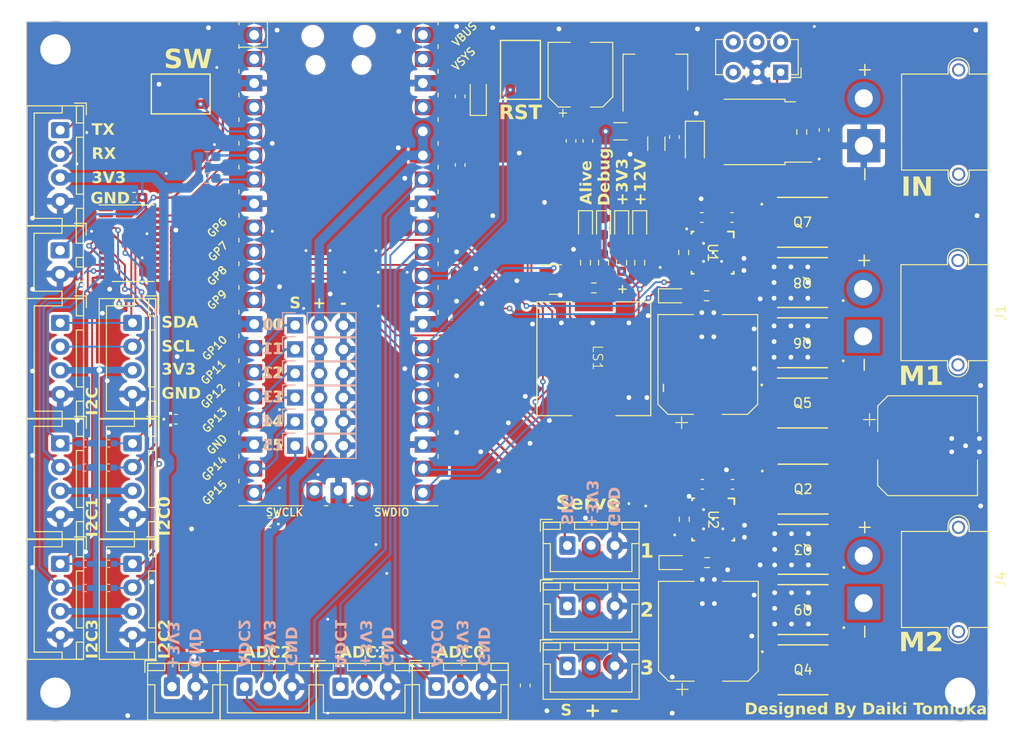
<source format=kicad_pcb>
(kicad_pcb (version 20221018) (generator pcbnew)
  (layers (0 "F.Cu" signal) (31 "B.Cu" signal) (34 "B.Paste" user) (35 "F.Paste" user) (36 "B.SilkS" user "B.Silkscreen") (37 "F.SilkS" user "F.Silkscreen") (38 "B.Mask" user) (39 "F.Mask" user) (44 "Edge.Cuts" user))
  (net 0 "")
  (net 1 "Net-(U1-CPH)")
  (net 2 "Net-(U1-CPL)")
  (net 3 "+12V")
  (net 4 "Net-(U1-VCP)")
  (net 5 "Motor1B")
  (net 6 "Motor1A")
  (net 7 "GND")
  (net 8 "Net-(U1-IDRIVE)")
  (net 9 "/MotorDriveUnit/AVDD")
  (net 14 "+BATT")
  (net 15 "/12VIN")
  (net 16 "+3V3")
  (net 17 "Net-(Q5-G)")
  (net 18 "Net-(Q6-G)")
  (net 19 "Net-(Q8-G)")
  (net 20 "Net-(Q7-G)")
  (net 21 "Net-(U2-VCP)")
  (net 22 "Net-(U2-CPH)")
  (net 23 "Net-(U2-CPL)")
  (net 24 "Net-(D4-A)")
  (net 25 "Net-(D5-A)")
  (net 26 "Net-(D6-A)")
  (net 27 "Net-(D7-A)")
  (net 28 "Net-(D8-A)")
  (net 29 "Net-(D9-A)")
  (net 30 "Servo2")
  (net 31 "Motor2B")
  (net 32 "Motor2A")
  (net 33 "Servo3")
  (net 34 "EMG")
  (net 35 "SDA0")
  (net 36 "SCL0")
  (net 37 "SDA")
  (net 38 "SCL")
  (net 39 "Servo1")
  (net 40 "ADC0")
  (net 41 "SDA1")
  (net 42 "SCL1")
  (net 43 "ADC1")
  (net 44 "SDA2")
  (net 45 "SCL2")
  (net 46 "ADC2")
  (net 47 "TX0")
  (net 48 "RX0")
  (net 49 "SDA3")
  (net 50 "SCL3")
  (net 51 "Net-(Q1-G)")
  (net 52 "Net-(Q2-G)")
  (net 53 "Net-(Q3-G)")
  (net 54 "Net-(Q4-G)")
  (net 55 "Net-(Q9-G)")
  (net 56 "Net-(U2-IDRIVE)")
  (net 57 "Net-(Q10-D)")
  (net 58 "Debug_LED")
  (net 59 "Alive_LED")
  (net 60 "SW")
  (net 61 "RUN")
  (net 62 "INA2")
  (net 63 "INA1")
  (net 64 "/MotorDriveUnit1/AVDD")
  (net 69 "INB2")
  (net 70 "INB1")
  (net 71 "Net-(U3-A0)")
  (net 80 "GPIO10")
  (net 81 "GPIO11")
  (net 82 "GPIO12")
  (net 83 "GPIO13")
  (net 84 "GPIO14")
  (net 85 "GPIO15")
  (net 86 "BUZZER")
  (footprint "PKLCS1212E4001-R1:PKL" (layer "F.Cu") (at 110.7635 134.239 -90)
    (fp_text reference "LS1")
    (fp_text value "PKLCS1212E4001-R1" hide)
  )
  (footprint "Capacitor_SMD:C_0603_1608Metric_Pad1.08x0.95mm_HandSolder" (layer "F.Cu") (at 108.458 111.379 -90)
    (fp_text reference "C15" hide)
    (fp_text value "0.1u" hide)
  )
  (footprint "TPH11006NL:TPH11006NL_SOP Advance_TOS-M" (layer "F.Cu") (at 132.9182 148.082)
    (fp_text reference "Q2")
    (fp_text value "NMOS")
  )
  (footprint "Resistor_SMD:R_0603_1608Metric" (layer "F.Cu") (at 120.396 151.257 -90)
    (fp_text reference "R3" hide)
    (fp_text value "10k" hide)
  )
  (footprint "Diode_SMD:D_SOD-123F" (layer "F.Cu") (at 121.5136 111.506 -90)
    (fp_text reference "D1" hide)
    (fp_text value "ＧＳ１０１０ＦＬ" hide)
  )
  (footprint "Package_TO_SOT_SMD:SOT-223-3_TabPin2" (layer "F.Cu") (at 117.348 104.14 90)
    (fp_text reference "U5" hide)
    (fp_text value "AZ1117CH-3.3TR" hide)
  )
  (footprint "Connector_AMASS:AMASS_XT30PW-M_1x02_P2.50mm_Horizontal" (layer "F.Cu") (at 139.319 111.887 -90)
    (fp_text reference "J3" hide)
    (fp_text value "XT30PW-M" hide)
  )
  (footprint "TPH11006NL:TPH11006NL_SOP Advance_TOS-M" (layer "F.Cu") (at 132.8592 119.956)
    (fp_text reference "Q7")
    (fp_text value "NMOS")
  )
  (footprint "Resistor_SMD:R_0603_1608Metric_Pad0.98x0.95mm_HandSolder" (layer "F.Cu") (at 113.792 124.206 90)
    (fp_text reference "R9" hide)
    (fp_text value "1k" hide)
  )
  (footprint "Capacitor_SMD:C_0603_1608Metric_Pad1.08x0.95mm_HandSolder" (layer "F.Cu") (at 135.128 110.236 90)
    (fp_text reference "C4" hide)
    (fp_text value "0.1u" hide)
  )
  (footprint "Resistor_SMD:R_0603_1608Metric_Pad0.98x0.95mm_HandSolder" (layer "F.Cu") (at 109.982 124.206 90)
    (fp_text reference "R12" hide)
    (fp_text value "1k" hide)
  )
  (footprint "Capacitor_SMD:C_0603_1608Metric_Pad1.08x0.95mm_HandSolder" (layer "F.Cu") (at 62.3935 117.317 180)
    (fp_text reference "C18" hide)
    (fp_text value "0.1u" hide)
  )
  (footprint "Connector_JST:JST_XH_B2B-XH-A_1x02_P2.50mm_Vertical" (layer "F.Cu") (at 66.3848 168.91)
    (fp_text reference "J24" hide)
    (fp_text value "JST-XH" hide)
  )
  (footprint "Capacitor_SMD:CP_Elec_10x10" (layer "F.Cu") (at 146.05 143.51)
    (fp_text reference "C21" hide)
    (fp_text value "220u")
  )
  (footprint "TPH11006NL:TPH11006NL_SOP Advance_TOS-M" (layer "F.Cu") (at 132.9182 154.432 180)
    (fp_text reference "Q3")
    (fp_text value "NMOS")
  )
  (footprint "Connector_JST:JST_XH_B3B-XH-A_1x03_P2.50mm_Vertical" (layer "F.Cu") (at 108.077 166.7256)
    (fp_text reference "J9" hide)
    (fp_text value "JST-XH" hide)
  )
  (footprint "Connector_JST:JST_XH_B3B-XH-A_1x03_P2.50mm_Vertical" (layer "F.Cu") (at 108.077 160.401)
    (fp_text reference "J2" hide)
    (fp_text value "JST-XH" hide)
  )
  (footprint "Connector_JST:JST_XH_B3B-XH-A_1x03_P2.50mm_Vertical" (layer "F.Cu") (at 94.274 168.893)
    (fp_text reference "J10" hide)
    (fp_text value "JST-XH" hide)
  )
  (footprint "LED_SMD:LED_0603_1608Metric_Pad1.05x0.95mm_HandSolder" (layer "F.Cu") (at 119.394 155.829)
    (fp_text reference "D7" hide)
    (fp_text value "LED" hide)
  )
  (footprint "Capacitor_SMD:CP_Elec_6.3x5.4" (layer "F.Cu") (at 109.4486 104.394 90)
    (fp_text reference "C14" hide)
    (fp_text value "220u" hide)
  )
  (footprint "Connector_JST:JST_XH_B2B-XH-A_1x02_P2.50mm_Vertical" (layer "F.Cu") (at 54.593 122.916 -90)
    (fp_text reference "J6" hide)
    (fp_text value "JST-XH" hide)
  )
  (footprint "LED_SMD:LED_0603_1608Metric_Pad1.05x0.95mm_HandSolder" (layer "F.Cu") (at 115.697 120.396 -90)
    (fp_text reference "D4" hide)
    (fp_text value "LED" hide)
  )
  (footprint "newinov-kicad:SKRPACE010" (layer "F.Cu") (at 103.124 103.886 -90)
    (fp_text reference "SW3" hide)
    (fp_text value "SW_Push" hide)
  )
  (footprint "DRV8701ERGET:DRV8701ERGET_NV" (layer "F.Cu") (at 123.444 151.284397 -90)
    (fp_text reference "U2")
    (fp_text value "DRV8701ERGET" hide)
  )
  (footprint "Connector_JST:JST_XH_B4B-XH-A_1x04_P2.50mm_Vertical" (layer "F.Cu") (at 54.61 143.263 -90)
    (fp_text reference "J12" hide)
    (fp_text value "JST-XH" hide)
  )
  (footprint "LED_SMD:LED_0603_1608Metric_Pad1.05x0.95mm_HandSolder" (layer "F.Cu") (at 113.792 120.396 -90)
    (fp_text reference "D5" hide)
    (fp_text value "LED" hide)
  )
  (footprint "Connector_JST:JST_XH_B4B-XH-A_1x04_P2.50mm_Vertical" (layer "F.Cu") (at 54.61 130.563 -90)
    (fp_text reference "J11" hide)
    (fp_text value "JST-XH" hide)
  )
  (footprint "Package_SO:TSSOP-24_4.4x7.8mm_P0.65mm" (layer "F.Cu") (at 62.2985 122.162)
    (fp_text reference "U3" hide)
    (fp_text value "TCA9548APWR" hide)
  )
  (footprint "Capacitor_SMD:C_0603_1608Metric_Pad1.08x0.95mm_HandSolder" (layer "F.Cu") (at 76.6815 151.638 180)
    (fp_text reference "C19" hide)
    (fp_text value "0.1u" hide)
  )
  (footprint "Package_TO_SOT_SMD:TO-252-2" (layer "F.Cu") (at 127.703 110.431 180)
    (fp_text reference "Q1" hide)
    (fp_text value "TJ60S04M3L" hide)
  )
  (footprint "DRV8701ERGET:DRV8701ERGET_NV" (layer "F.Cu") (at 123.385 123.158397 -90)
    (fp_text reference "U1")
    (fp_text value "DRV8701ERGET" hide)
  )
  (footprint "Resistor_SMD:R_0603_1608Metric_Pad0.98x0.95mm_HandSolder" (layer "F.Cu") (at 111.887 124.206 90)
    (fp_text reference "R13" hide)
    (fp_text value "1k" hide)
  )
  (footprint "Capacitor_SMD:C_0603_1608Metric_Pad1.08x0.95mm_HandSolder" (layer "F.Cu") (at 96.774 113.919 -90)
    (fp_text reference "C10" hide)
    (fp_text value "0.1u" hide)
  )
  (footprint "newinov-kicad:SKRPACE010" (layer "F.Cu") (at 67.31 106.426)
    (fp_text reference "SW2" hide)
    (fp_text value "SW_Push" hide)
  )
  (footprint "Button_Switch_THT:SW_E-Switch_EG1271_SPDT" (layer "F.Cu") (at 130.556 104.14 180)
    (fp_text reference "SW1" hide)
    (fp_text value "SW_DPST_x2" hide)
  )
  (footprint "TPH11006NL:TPH11006NL_SOP Advance_TOS-M" (layer "F.Cu") (at 132.8592 126.306 180)
    (fp_text reference "Q8")
    (fp_text value "NMOS")
  )
  (footprint "Capacitor_SMD:C_0603_1608Metric_Pad1.08x0.95mm_HandSolder" (layer "F.Cu") (at 69.4955 164.719)
    (fp_text reference "C16" hide)
    (fp_text value "0.1u" hide)
  )
  (footprint "Capacitor_SMD:C_0603_1608Metric_Pad1.08x0.95mm_HandSolder" (layer "F.Cu") (at 96.774 106.68 90)
    (fp_text reference "C8" hide)
    (fp_text value "0.1u" hide)
  )
  (footprint "TPH11006NL:TPH11006NL_SOP Advance_TOS-M" (layer "F.Cu") (at 132.9182 167.132)
    (fp_text reference "Q4")
    (fp_text value "NMOS")
  )
  (footprint "Connector_JST:JST_XH_B3B-XH-A_1x03_P2.50mm_Vertical" (layer "F.Cu") (at 74.034 168.917)
    (fp_text reference "J15" hide)
    (fp_text value "JST-XH" hide)
  )
  (footprint "Connector_JST:JST_XH_B4B-XH-A_1x04_P2.50mm_Vertical" (layer "F.Cu") (at 54.61 155.963 -90)
    (fp_text reference "J18" hide)
    (fp_text value "JST-XH" hide)
  )
  (footprint "Resistor_SMD:R_0603_1608Metric" (layer "F.Cu") (at 120.337 123.131 -90)
    (fp_text reference "R1" hide)
    (fp_text value "10k" hide)
  )
  (footprint "Capacitor_SMD:C_0603_1608Metric" (layer "F.Cu") (at 122.242 119.448 180)
    (fp_text reference "C1" hide)
    (fp_text value "0.1u" hide)
  )
  (footprint "Connector_JST:JST_XH_B4B-XH-A_1x04_P2.50mm_Vertical" (layer "F.Cu") (at 62.23 155.963 -90)
    (fp_text reference "J14" hide)
    (fp_text value "JST-XH" hide)
  )
  (footprint "Resistor_SMD:R_0603_1608Metric_Pad0.98x0.95mm_HandSolder" (layer "F.Cu") (at 115.697 124.206 90)
    (fp_text reference "R8" hide)
    (fp_text value "10k" hide)
  )
  (footprint "Connector_AMASS:AMASS_XT30PW-M_1x02_P2.50mm_Horizontal" (layer "F.Cu") (at 139.2492 131.981 -90)
    (fp_text reference "J1")
    (fp_text value "XT30PW-M" hide)
  )
  (footprint "LED_SMD:LED_0603_1608Metric_Pad1.05x0.95mm_HandSolder" (layer "F.Cu") (at 109.982 120.396 -90)
    (fp_text reference "D8" hide)
    (fp_text value "LED" hide)
  )
  (footprint "Diode_SMD:D_SOD-323_HandSoldering" (layer "F.Cu") (at 98.679 106.68 90)
    (fp_text reference "D3" hide)
    (fp_text value "D_Schottky" hide)
  )
  (footprint "Resistor_SMD:R_0603_1608Metric_Pad0.98x0.95mm_HandSolder" (layer "F.Cu") (at 122.809 155.829 180)
    (fp_text reference "R11" hide)
    (fp_text value "1k" hide)
  )
  (footprint "Capacitor_SMD:CP_Elec_10x10" (layer "F.Cu") (at 122.936 163.068 90)
    (fp_text reference "C11" hide)
    (fp_text value "220u")
  )
  (footprint "LED_SMD:LED_0603_1608Metric_Pad1.05x0.95mm_HandSolder" (layer "F.Cu") (at 111.887 120.396 -90)
    (fp_text reference "D9" hide)
    (fp_text value "LED" hide)
  )
  (footprint "Resistor_SMD:R_0603_1608Metric_Pad0.98x0.95mm_HandSolder" (layer "F.Cu") (at 122.75 127.703 180)
    (fp_text reference "R10" hide)
    (fp_text value "1k" hide)
  )
  (footprint "Capacitor_SMD:CP_Elec_10x10" (layer "F.Cu") (at 122.877 134.942 90)
    (fp_text reference "C3" hide)
    (fp_text value "220u")
  )
  (footprint "Capacitor_SMD:C_0603_1608Metric_Pad1.08x0.95mm_HandSolder" (layer "F.Cu") (at 103.632 168.783 -90)
    (fp_text reference "C20" hide)
    (fp_text value "0.1u" hide)
  )
  (footprint "Connector_JST:JST_XH_B3B-XH-A_1x03_P2.50mm_Vertical" (layer "F.Cu") (at 84.154 168.917)
    (fp_text reference "J13" hide)
    (fp_text value "JST-XH" hide)
  )
  (footprint "MCU_RaspberryPi_and_Boards:RPi_Pico_SMD_TH" (layer "F.Cu") (at 83.947 124.333)
    (fp_text reference "U4" hide)
    (fp_text value "Pico" hide)
  )
  (footprint "Connector_JST:JST_XH_B4B-XH-A_1x04_P2.50mm_Vertical" (layer "F.Cu") (at 62.23 143.263 -90)
    (fp_text reference "J7" hide)
    (fp_text value "JST-XH" hide)
  )
  (footprint "Connector_JST:JST_XH_B4B-XH-A_1x04_P2.50mm_Vertical" (layer "F.Cu") (at 54.61 110.236 -90)
    (fp_text reference "J17" hide)
    (fp_text value "JST-XH" hide)
  )
  (footprint "Connector_JST:JST_XH_B3B-XH-A_1x03_P2.50mm_Vertical" (layer "F.Cu") (at 108.077 154.0256)
    (fp_text reference "J5" hide)
    (fp_text value "JST-XH" hide)
  )
  (footprint "TPH11006NL:TPH11006NL_SOP Advance_TOS-M" (layer "F.Cu") (at 132.9182 160.782 180)
    (fp_text reference "Q9")
    (fp_text value "NMOS")
  )
  (footprint "Capacitor_SMD:C_0603_1608Metric_Pad1.08x0.95mm_HandSolder" (layer "F.Cu") (at 66.802 140.716)
    (fp_text reference "C9" hide)
    (fp_text value "0.1u" hide)
  )
  (footprint "Capacitor_SMD:C_0603_1608Metric" (layer "F.Cu") (at 125.417 119.448 180)
    (fp_text reference "C2" hide)
    (fp_text value "1u" hide)
  )
  (footprint "Capacitor_SMD:C_1206_3216Metric_Pad1.33x1.80mm_HandSolder" (layer "F.Cu") (at 113.665 110.363)
    (fp_text reference "C7" hide)
    (fp_text value "22u" hide)
  )
  (footprint "Connector_JST:JST_XH_B4B-XH-A_1x04_P2.50mm_Vertical" (layer "F.Cu") (at 62.23 130.563 -90)
    (fp_text reference "J8" hide)
    (fp_text value "JST-XH" hide)
  )
  (footprint "Resistor_SMD:R_0603_1608Metric_Pad0.98x0.95mm_HandSolder" (layer "F.Cu") (at 110.871 126.873 180)
    (fp_text reference "R5" hide)
    (fp_text value "10k" hide)
  )
  (footprint "LED_SMD:LED_0603_1608Metric_Pad1.05x0.95mm_HandSolder" (layer "F.Cu") (at 119.335 127.703)
    (fp_text reference "D6" hide)
    (fp_text value "LED" hide)
  )
  (footprint "TPH11006NL:TPH11006NL_SOP Advance_TOS-M" (layer "F.Cu") (at 132.8592 139.006)
    (fp_text reference "Q5")
    (fp_text value "NMOS")
  )
  (footprint "TPH11006NL:TPH11006NL_SOP Advance_TOS-M" (layer "F.Cu") (at 132.8592 132.656 180)
    (fp_text reference "Q6")
    (fp_text value "NMOS")
  )
  (footprint "Capacitor_SMD:C_0603_1608Metric" (layer "F.Cu") (at 122.301 147.574 180)
    (fp_text reference "C17" hide)
    (fp_text value "0.1u" hide)
  )
  (footprint "Resistor_SMD:R_0603_1608Metric_Pad0.98x0.95mm_HandSolder" (layer "F.Cu") (at 132.783 110.431 -90)
    (fp_text reference "R2" hide)
    (fp_text value "10k" hide)
  )
  (footprint "Package_TO_SOT_SMD:SOT-23" (layer "F.Cu") (at 106.807 125.984)
    (fp_text reference "Q10" hide)
    (fp_text value "NMOS" hide)
  )
  (footprint "Capacitor_SMD:C_0603_1608Metric_Pad1.08x0.95mm_HandSolder" (layer "F.Cu") (at 110.236 111.379 -90)
    (fp_text reference "C13" hide)
    (fp_text value "0.1u" hide)
  )
  (footprint "Capacitor_SMD:C_0603_1608Metric" (layer "F.Cu") (at 125.476 147.574 180)
    (fp_text reference "C12" hide)
    (fp_text value "1u" hide)
  )
  (footprint "Connector_AMASS:AMASS_XT30PW-M_1x02_P2.50mm_Horizontal" (layer "F.Cu") (at 139.3082 160.107 -90)
    (fp_text reference "J4")
    (fp_text value "XT30PW-M" hide)
  )
  (footprint "Capacitor_SMD:C_1206_3216Metric_Pad1.33x1.80mm_HandSolder" (layer "F.Cu") (at 117.4496 111.6685 -90)
    (fp_text reference "C6" hide)
    (fp_text value "22u" hide)
  )
  (footprint "Capacitor_SMD:C_0603_1608Metric_Pad1.08x0.95mm_HandSolder" (layer "F.Cu") (at 119.3546 110.9685 -90)
    (fp_text reference "C5" hide)
    (fp_text value "0.1u" hide)
  )
  (footprint "Resistor_SMD:R_0402_1005Metric_Pad0.72x0.64mm_HandSolder" (layer "B.Cu") (at 57.1875 143.263 180)
    (fp_text reference "R17" hide)
    (fp_text value "4.7k" hide)
  )
  (footprint "Connector_PinHeader_2.54mm:PinHeader_1x03_P2.54mm_Vertical" (layer "B.Cu") (at 79.375 130.81 -90)
    (fp_text reference "J16" hide)
    (fp_text value "JST-XH" hide)
  )
  (footprint "Resistor_SMD:R_0603_1608Metric_Pad0.98x0.95mm_HandSolder" (layer "B.Cu") (at 70.104 115.316)
    (fp_text reference "R14" hide)
    (fp_text value "10k" hide)
  )
  (footprint "Resistor_SMD:R_0402_1005Metric_Pad0.72x0.64mm_HandSolder" (layer "B.Cu") (at 59.69 143.263)
    (fp_text reference "R15" hide)
    (fp_text value "4.7k" hide)
  )
  (footprint "Resistor_SMD:R_0402_1005Metric_Pad0.72x0.64mm_HandSolder" (layer "B.Cu") (at 57.1875 155.963 180)
    (fp_text reference "R21" hide)
    (fp_text value "4.7k" hide)
  )
  (footprint "Connector_PinHeader_2.54mm:PinHeader_1x03_P2.54mm_Vertical" (layer "B.Cu") (at 79.375 138.43 -90)
    (fp_text reference "J21" hide)
    (fp_text value "JST-XH" hide)
  )
  (footprint "Resistor_SMD:R_0402_1005Metric_Pad0.72x0.64mm_HandSolder" (layer "B.Cu") (at 57.1875 158.503 180)
    (fp_text reference "R20" hide)
    (fp_text value "4.7k" hide)
  )
  (footprint "Connector_PinHeader_2.54mm:PinHeader_1x03_P2.54mm_Vertical" (layer "B.Cu") (at 79.375 143.51 -90)
    (fp_text reference "J23" hide)
    (fp_text value "JST-XH" hide)
  )
  (footprint "Resistor_SMD:R_0402_1005Metric_Pad0.72x0.64mm_HandSolder" (layer "B.Cu") (at 57.15 145.803 180)
    (fp_text reference "R16" hide)
    (fp_text value "4.7k" hide)
  )
  (footprint "Resistor_SMD:R_0402_1005Metric_Pad0.72x0.64mm_HandSolder" (layer "B.Cu") (at 59.69 158.503)
    (fp_text reference "R18" hide)
    (fp_text value "4.7k" hide)
  )
  (footprint "Resistor_SMD:R_0402_1005Metric_Pad0.72x0.64mm_HandSolder" (layer "B.Cu") (at 59.6525 145.803)
    (fp_text reference "R6" hide)
    (fp_text value "4.7k" hide)
  )
  (footprint "Resistor_SMD:R_0402_1005Metric_Pad0.72x0.64mm_HandSolder" (layer "B.Cu") (at 59.69 155.963)
    (fp_text reference "R19" hide)
    (fp_text value "4.7k" hide)
  )
  (footprint "Connector_PinHeader_2.54mm:PinHeader_1x03_P2.54mm_Vertical" (layer "B.Cu") (at 79.375 133.35 -90)
    (fp_text reference "J19" hide)
    (fp_text value "JST-XH" hide)
  )
  (footprint "Resistor_SMD:R_0603_1608Metric_Pad0.98x0.95mm_HandSolder" (layer "B.Cu") (at 70.104 113.03)
    (fp_text reference "R7" hide)
    (fp_text value "10k" hide)
  )
  (footprint "Connector_PinHeader_2.54mm:PinHeader_1x03_P2.54mm_Vertical" (layer "B.Cu") (at 79.375 135.89 -90)
    (fp_text reference "J20" hide)
    (fp_text value "JST-XH" hide)
  )
  (footprint "Connector_PinHeader_2.54mm:PinHeader_1x03_P2.54mm_Vertical" (layer "B.Cu") (at 79.375 140.97 -90)
    (fp_text reference "J22" hide)
    (fp_text value "JST-XH" hide)
  )
  (gr_rect (start 51.054 98.806) (end 152.4 172.466) (stroke (width 0.1)) (fill none) (layer "Edge.Cuts"))
  (gr_text "+3V3" (at 96.901 166.878 270) (layer "B.SilkS") (effects (font (size 1.2 1.2) (thickness 0.3) bold) (justify left mirror)))
  (gr_text "ADC2" (at 73.914 166.878 270) (layer "B.SilkS") (effects (font (size 1.2 1.2) (thickness 0.3) bold) (justify left mirror)))
  (gr_text "+3V3" (at 110.617 152.146 270) (layer "B.SilkS") (effects (font (size 1.2 1.2) (thickness 0.3) bold) (justify left mirror)))
  (gr_text "+3V3" (at 86.741 166.878 270) (layer "B.SilkS") (effects (font (size 1.2 1.2) (thickness 0.3) bold) (justify left mirror)))
  (gr_text "SIG" (at 107.95 151.892 270) (layer "B.SilkS") (effects (font (size 1.2 1.2) (thickness 0.3) bold) (justify left mirror)))
  (gr_text "ADC0" (at 94.234 166.878 270) (layer "B.SilkS") (effects (font (size 1.2 1.2) (thickness 0.3) bold) (justify left mirror)))
  (gr_text "11" (at 77.089 133.35) (layer "B.SilkS") (effects (font (size 1.2 1.2) (thickness 0.3) bold) (justify mirror)))
  (gr_text "+3V3" (at 76.581 166.878 270) (layer "B.SilkS") (effects (font (size 1.2 1.2) (thickness 0.3) bold) (justify left mirror)))
  (gr_text "12" (at 77.089 135.89) (layer "B.SilkS") (effects (font (size 1.2 1.2) (thickness 0.3) bold) (justify mirror)))
  (gr_text "GND" (at 112.903 152.019 270) (layer "B.SilkS") (effects (font (size 1.2 1.2) (thickness 0.3) bold) (justify left mirror)))
  (gr_text "+3V3" (at 66.4464 167.0558 270) (layer "B.SilkS") (effects (font (size 1.2 1.2) (thickness 0.3) bold) (justify left mirror)))
  (gr_text "GND" (at 78.867 166.751 270) (layer "B.SilkS") (effects (font (size 1.2 1.2) (thickness 0.3) bold) (justify left mirror)))
  (gr_text "GND" (at 89.027 166.751 270) (layer "B.SilkS") (effects (font (size 1.2 1.2) (thickness 0.3) bold) (justify left mirror)))
  (gr_text "GND" (at 68.7324 166.9288 270) (layer "B.SilkS") (effects (font (size 1.2 1.2) (thickness 0.3) bold) (justify left mirror)))
  (gr_text "14" (at 77.089 140.97) (layer "B.SilkS") (effects (font (size 1.2 1.2) (thickness 0.3) bold) (justify mirror)))
  (gr_text "15" (at 77.089 143.51) (layer "B.SilkS") (effects (font (size 1.2 1.2) (thickness 0.3) bold) (justify mirror)))
  (gr_text "ADC1" (at 84.074 166.878 270) (layer "B.SilkS") (effects (font (size 1.2 1.2) (thickness 0.3) bold) (justify left mirror)))
  (gr_text "13" (at 77.089 138.43) (layer "B.SilkS") (effects (font (size 1.2 1.2) (thickness 0.3) bold) (justify mirror)))
  (gr_text "10" (at 77.089 130.81) (layer "B.SilkS") (effects (font (size 1.2 1.2) (thickness 0.3) bold) (justify mirror)))
  (gr_text "GND" (at 99.187 166.751 270) (layer "B.SilkS") (effects (font (size 1.2 1.2) (thickness 0.3) bold) (justify left mirror)))
  (gr_text "+" (at 81.915 128.524) (layer "F.SilkS") (effects (font (size 1.2 1.2) (thickness 0.3) bold)))
  (gr_text "-" (at 84.455 128.524) (layer "F.SilkS") (effects (font (size 1.2 1.2) (thickness 0.3) bold)))
  (gr_text "ADC2" (at 76.454 165.354) (layer "F.SilkS") (effects (font (size 1.2 1.2) (thickness 0.3) bold)))
  (gr_text "11" (at 76.962 133.35) (layer "F.SilkS") (effects (font (size 1.2 1.2) (thickness 0.3) bold)))
  (gr_text "Designed By Daiki Tomioka" (at 126.746 171.323) (layer "F.SilkS") (effects (font (size 1.2 1.2) (thickness 0.3) bold) (justify left)))
  (gr_text "SDA" (at 65.278 130.556) (layer "F.SilkS") (effects (font (size 1.2 1.2) (thickness 0.3) bold) (justify left)))
  (gr_text "I2C2" (at 65.659 165.989 90) (layer "F.SilkS") (effects (font (size 1.2 1.2) (thickness 0.3) bold) (justify left)))
  (gr_text "Debug" (at 112.014 118.237 90) (layer "F.SilkS") (effects (font (size 1.2 1.2) (thickness 0.3) bold) (justify left)))
  (gr_text "SCL" (at 65.278 133.096) (layer "F.SilkS") (effects (font (size 1.2 1.2) (thickness 0.3) bold) (justify left)))
  (gr_text "+12V" (at 115.824 118.237 90) (layer "F.SilkS") (effects (font (size 1.2 1.2) (thickness 0.3) bold) (justify left)))
  (gr_text "RX" (at 57.912 112.776) (layer "F.SilkS") (effects (font (size 1.2 1.2) (thickness 0.3) bold) (justify left)))
  (gr_text "10" (at 76.962 130.81) (layer "F.SilkS") (effects (font (size 1.2 1.2) (thickness 0.3) bold)))
  (gr_text "3V3" (at 65.278 135.509) (layer "F.SilkS") (effects (font (size 1.2 1.2) (thickness 0.3) bold) (justify left)))
  (gr_text "+" (at 110.712 171.45 270) (layer "F.SilkS") (effects (font (size 1.5 1.5) (thickness 0.3) bold)))
  (gr_text "Alive" (at 110.109 118.11 90) (layer "F.SilkS") (effects (font (size 1.2 1.2) (thickness 0.3) bold) (justify left)))
  (gr_text "GND" (at 57.785 117.475) (layer "F.SilkS") (effects (font (size 1.2 1.2) (thickness 0.3) bold) (justify left)))
  (gr_text "14" (at 76.962 140.97) (layer "F.SilkS") (effects (font (size 1.2 1.2) (thickness 0.3) bold)))
  (gr_text "IN" (at 143.256 116.332) (layer "F.SilkS") (effects (font (size 2 2) (thickness 0.3) bold) (justify left)))
  (gr_text "I2C" (at 58.039 140.335 90) (layer "F.SilkS") (effects (font (size 1.2 1.2) (thickness 0.3) bold) (justify left)))
  (gr_text "ADC0" (at 96.774 165.354) (layer "F.SilkS") (effects (font (size 1.2 1.2) (thickness 0.3) bold)))
  (gr_text "15" (at 76.962 143.51) (layer "F.SilkS") (effects (font (size 1.2 1.2) (thickness 0.3) bold)))
  (gr_text "GND" (at 65.278 138.049) (layer "F.SilkS") (effects (font (size 1.2 1.2) (thickness 0.3) bold) (justify left)))
  (gr_text "Servo" (at 110.236 149.606) (layer "F.SilkS") (effects (font (size 1.5 1.5) (thickness 0.3) bold italic)))
  (gr_text "TX" (at 57.912 110.236) (layer "F.SilkS") (effects (font (size 1.2 1.2) (thickness 0.3) bold) (justify left)))
  (gr_text "S" (at 79.375 128.524) (layer "F.SilkS") (effects (font (size 1.2 1.2) (thickness 0.3) bold)))
  (gr_text "13" (at 76.962 138.43) (layer "F.SilkS") (effects (font (size 1.2 1.2) (thickness 0.3) bold)))
  (gr_text "-" (at 113.03 171.45) (layer "F.SilkS") (effects (font (size 1.5 1.5) (thickness 0.3) bold)))
  (gr_text "+3V3" (at 113.919 118.237 90) (layer "F.SilkS") (effects (font (size 1.2 1.2) (thickness 0.3) bold) (justify left)))
  (gr_text "12" (at 76.962 135.89) (layer "F.SilkS") (effects (font (size 1.2 1.2) (thickness 0.3) bold)))
  (gr_text "1" (at 116.459 154.686) (layer "F.SilkS") (effects (font (size 1.5 1.5) (thickness 0.3) bold italic)))
  (gr_text "SW" (at 65.532 102.87) (layer "F.SilkS") (effects (font (size 2 2) (thickness 0.3) bold) (justify left)))
  (gr_text "I2C0" (at 65.659 153.035 90) (layer "F.SilkS") (effects (font (size 1.2 1.2) (thickness 0.3) bold) (justify left)))
  (gr_text "M2" (at 143.002 164.338) (layer "F.SilkS") (effects (font (size 2 2) (thickness 0.3) bold) (justify left)))
  (gr_text "3" (at 116.459 167.005) (layer "F.SilkS") (effects (font (size 1.5 1.5) (thickness 0.3) bold italic)))
  (gr_text "ADC1" (at 86.614 165.354) (layer "F.SilkS") (effects (font (size 1.2 1.2) (thickness 0.3) bold)))
  (gr_text "I2C3" (at 58.039 165.989 90) (layer "F.SilkS") (effects (font (size 1.2 1.2) (thickness 0.3) bold) (justify left)))
  (gr_text "2" (at 116.459 160.909) (layer "F.SilkS") (effects (font (size 1.5 1.5) (thickness 0.3) bold italic)))
  (gr_text "RST" (at 103.124 108.458) (layer "F.SilkS") (effects (font (size 1.5 1.5) (thickness 0.3) bold)))
  (gr_text "S" (at 107.95 171.45) (layer "F.SilkS") (effects (font (size 1.2 1.2) (thickness 0.3) bold)))
  (gr_text "3V3" (at 57.912 115.316) (layer "F.SilkS") (effects (font (size 1.2 1.2) (thickness 0.3) bold) (justify left)))
  (gr_text "I2C1" (at 58.039 153.162 90) (layer "F.SilkS") (effects (font (size 1.2 1.2) (thickness 0.3) bold) (justify left)))
  (gr_text "M1" (at 143.002 136.271) (layer "F.SilkS") (effects (font (size 2 2) (thickness 0.3) bold) (justify left)))
  (segment (start 123.017 119.448) (end 123.635 120.066) (width 0.2) (layer "F.Cu") (net 1))
  (segment (start 123.635 120.066) (end 123.635 122.374001) (width 0.2) (layer "F.Cu") (net 1))
  (segment (start 123.135 122.374001) (end 123.135 121.116) (width 0.2) (layer "F.Cu") (net 2))
  (segment (start 123.135 121.116) (end 121.467 119.448) (width 0.2) (layer "F.Cu") (net 2))
  (segment (start 126.192 119.562) (end 124.635 121.119) (width 0.2) (layer "F.Cu") (net 3))
  (segment (start 110.577 166.7256) (end 110.577 160.401) (width 2) (layer "F.Cu") (net 3))
  (segment (start 126.251 147.574) (end 126.251 147.688) (width 0.2) (layer "F.Cu") (net 3))
  (segment (start 115.697 125.1185) (end 115.697 125.349) (width 0.25) (layer "F.Cu") (net 3))
  (segment (start 111.252 169.926) (end 120.078 169.926) (width 2) (layer "F.Cu") (net 3))
  (segment (start 126.192 119.448) (end 126.192 119.562) (width 0.2) (layer "F.Cu") (net 3))
  (segment (start 120.078 169.926) (end 122.936 167.068) (width 2) (layer "F.Cu") (net 3))
  (segment (start 124.255 112.469) (end 124.768 111.956) (width 1) (layer "F.Cu") (net 3))
  (segment (start 124.768 111.956) (end 123.818 112.906) (width 1) (layer "F.Cu") (net 3))
  (segment (start 117.162 124.646) (end 117.162 121.099) (width 0.2) (layer "F.Cu") (net 3))
  (segment (start 126.192 118.432) (end 126.192 119.448) (width 0.2) (layer "F.Cu") (net 3))
  (segment (start 122.5174 166.6494) (end 122.936 167.068) (width 0.2) (layer "F.Cu") (net 3))
  (segment (start 122.4584 138.5234) (end 122.877 138.942) (width 0.2) (layer "F.Cu") (net 3))
  (segment (start 115.7205 125.095) (end 115.697 125.1185) (width 0.2) (layer "F.Cu") (net 3))
  (segment (start 115.697 125.349) (end 116.078 125.73) (width 0.25) (layer "F.Cu") (net 3))
  (segment (start 122.877 138.942) (end 123.448 138.371) (width 0.2) (layer "F.Cu") (net 3))
  (segment (start 111.7835 126.873) (end 111.7835 127.819) (width 0.2) (layer "F.Cu") (net 3))
  (segment (start 111.7835 127.819) (end 110.8635 128.739) (width 0.2) (layer "F.Cu") (net 3))
  (segment (start 110.577 169.251) (end 111.252 169.926) (width 2) (layer "F.Cu") (net 3))
  (segment (start 116.078 125.73) (end 117.162 124.646) (width 0.2) (layer "F.Cu") (net 3))
  (segment (start 110.577 160.401) (end 110.577 154.0256) (width 2) (layer "F.Cu") (net 3))
  (segment (start 117.162 121.099) (end 119.829 118.432) (width 0.2) (layer "F.Cu") (net 3))
  (segment (start 110.577 166.7256) (end 110.577 169.251) (width 2) (layer "F.Cu") (net 3))
  (segment (start 119.829 118.432) (end 126.192 118.432) (width 0.2) (layer "F.Cu") (net 3))
  (segment (start 114.935 126.873) (end 116.078 125.73) (width 0.2) (layer "F.Cu") (net 3))
  (segment (start 111.7835 126.873) (end 114.935 126.873) (width 0.2) (layer "F.Cu") (net 3))
  (segment (start 123.818 112.906) (end 121.5136 112.906) (width 1) (layer "F.Cu") (net 3))
  (segment (start 126.251 147.688) (end 124.694 149.245) (width 0.2) (layer "F.Cu") (net 3))
  (segment (start 122.936 167.068) (end 123.507 166.497) (width 0.2) (layer "F.Cu") (net 3))
  (segment (start 124.135001 119.954999) (end 124.135001 122.374001) (width 0.2) (layer "F.Cu") (net 4))
  (segment (start 124.642 119.448) (end 124.135001 119.954999) (width 0.2) (layer "F.Cu") (net 4))
  (segment (start 135.9027 150.4156) (end 135.9027 148.082002) (width 0.2) (layer "F.Cu") (net 5))
  (segment (start 125.343999 150.534396) (end 135.783904 150.534396) (width 0.2) (layer "F.Cu") (net 5))
  (segment (start 135.9072 126.941) (end 135.9072 127.6903) (width 0.2) (layer "F.Cu") (net 5))
  (segment (start 125.284999 122.408396) (end 135.724904 122.408396) (width 0.2) (layer "F.Cu") (net 5))
  (segment (start 135.783904 150.534396) (end 135.9027 150.4156) (width 0.2) (layer "F.Cu") (net 5))
  (segment (start 135.8437 122.2896) (end 135.8437 119.956002) (width 0.2) (layer "F.Cu") (net 5))
  (segment (start 135.9072 126.941) (end 135.9072 125.6202) (width 0.2) (layer "F.Cu") (net 5))
  (segment (start 135.724904 122.408396) (end 135.8437 122.2896) (width 0.2) (layer "F.Cu") (net 5))
  (segment (start 134.307 130.116) (end 134.942 130.751) (width 0.2) (layer "F.Cu") (net 6))
  (segment (start 135.9535 166.878002) (end 135.9535 166.6875) (width 0.25) (layer "F.Cu") (net 6))
  (segment (start 135.8945 138.752002) (end 135.8945 138.5615) (width 0.25) (layer "F.Cu") (net 6))
  (segment (start 124.635 125.058396) (end 124.635 126.159) (width 0.2) (layer "F.Cu") (net 6))
  (segment (start 135.9072 138.739302) (end 135.8945 138.752002) (width 0.25) (layer "F.Cu") (net 6))
  (segment (start 134.942 132.3766) (end 135.8564 133.291) (width 0.2) (layer "F.Cu") (net 6))
  (segment (start 134.942 130.751) (end 134.942 132.3766) (width 0.2) (layer "F.Cu") (net 6))
  (segment (start 135.9662 166.865302) (end 135.9535 166.878002) (width 0.25) (layer "F.Cu") (net 6))
  (segment (start 128.592 130.116) (end 134.307 130.116) (width 0.2) (layer "F.Cu") (net 6))
  (segment (start 124.635 126.159) (end 128.592 130.116) (width 0.2) (layer "F.Cu") (net 6))
  (segment (start 135.9072 133.164) (end 135.9072 131.980318) (width 0.2) (layer "F.Cu") (net 6))
  (segment (start 121.603 157.988) (end 123.317 157.988) (width 0.2) (layer "F.Cu") (net 7))
  (segment (start 123.317 158.687) (end 123.694 158.31) (width 0.2) (layer "F.Cu") (net 7))
  (segment (start 123.317 157.988) (end 123.317 158.687) (width 0.2) (layer "F.Cu") (net 7))
  (segment (start 115.048 107.29) (end 115.048 110.1835) (width 1) (layer "F.Cu") (net 7))
  (segment (start 123.4166 123.19) (end 123.385 123.1584) (width 0.2) (layer "F.Cu") (net 7))
  (segment (start 125.284999 123.908398) (end 124.503602 123.908398) (width 0.2) (layer "F.Cu") (net 7))
  (segment (start 123.258 130.561) (end 122.877 130.942) (width 0.2) (layer "F.Cu") (net 7))
  (segment (start 123.444 151.257) (end 123.444 151.2844) (width 0.2) (layer "F.Cu") (net 7))
  (segment (start 124.503602 123.908398) (end 124.333 124.079) (width 0.2) (layer "F.Cu") (net 7))
  (segment (start 122.634999 122.408399) (end 123.385 123.1584) (width 0.2) (layer "F.Cu") (net 7))
  (segment (start 123.4166 151.257) (end 123.444 151.257) (width 0.2) (layer "F.Cu") (net 7))
  (segment (start 123.694 151.5344) (end 123.444 151.2844) (width 0.2) (layer "F.Cu") (net 7))
  (segment (start 126.329397 123.408397) (end 126.687 123.766) (width 0.2) (layer "F.Cu") (net 7))
  (segment (start 124.193998 152.034398) (end 123.444 151.2844) (width 0.2) (layer "F.Cu") (net 7))
  (segment (start 122.693999 150.506999) (end 122.693999 150.534399) (width 0.2) (layer "F.Cu") (net 7))
  (segment (start 125.284999 123.908398) (end 125.559398 123.908398) (width 0.2) (layer "F.Cu") (net 7))
  (segment (start 122.634999 121.258398) (end 122.634999 121.967001) (width 0.2) (layer "F.Cu") (net 7))
  (segment (start 126.603602 152.034398) (end 126.746 151.892) (width 0.2) (layer "F.Cu") (net 7))
  (segment (start 124.698602 152.034398) (end 124.46 152.273) (width 0.2) (layer "F.Cu") (net 7))
  (segment (start 124.162398 123.908398) (end 124.134998 123.908398) (width 0.2) (layer "F.Cu") (net 7))
  (segment (start 124.46 152.273) (end 124.221398 152.034398) (width 0.2) (layer "F.Cu") (net 7))
  (segment (start 123.444 151.2844) (end 123.444 151.2844) (width 0.2) (layer "F.Cu") (net 7))
  (segment (start 112.823 166.4716) (end 113.077 166.7256) (width 2) (layer "F.Cu") (net 7))
  (segment (start 122.693999 150.534399) (end 123.4166 151.257) (width 0.2) (layer "F.Cu") (net 7))
  (segment (start 125.343999 151.534397) (end 126.388397 151.534397) (width 0.2) (layer "F.Cu") (net 7))
  (segment (start 124.134998 123.908398) (end 123.385 123.1584) (width 0.2) (layer "F.Cu") (net 7))
  (segment (start 125.343999 152.034398) (end 126.603602 152.034398) (width 0.2) (layer "F.Cu") (net 7))
  (segment (start 126.388397 151.534397) (end 126.746 151.892) (width 0.2) (layer "F.Cu") (net 7))
  (segment (start 123.635 125.058396) (end 123.635 123.4084) (width 0.2) (layer "F.Cu") (net 7))
  (segment (start 124.333 124.079) (end 124.162398 123.908398) (width 0.2) (layer "F.Cu") (net 7))
  (segment (start 122.634999 122.380999) (end 122.634999 122.408399) (width 0.2) (layer "F.Cu") (net 7))
  (segment (start 123.694 153.184396) (end 123.694 151.5344) (width 0.2) (layer "F.Cu") (net 7))
  (segment (start 122.693999 149.384398) (end 122.693999 149.975001) (width 0.2) (layer "F.Cu") (net 7))
  (segment (start 123.444 123.19) (end 123.4166 123.19) (width 0.2) (layer "F.Cu") (net 7))
  (segment (start 121.544 129.862) (end 123.258 129.862) (width 0.2) (layer "F.Cu") (net 7))
  (segment (start 125.559398 123.908398) (end 126.687 125.036) (width 0.2) (layer "F.Cu") (net 7))
  (segment (start 125.284999 123.408397) (end 126.329397 123.408397) (width 0.2) (layer "F.Cu") (net 7))
  (segment (start 79.034 168.917) (end 79.034 169.4142) (width 0.7) (layer "F.Cu") (net 7))
  (segment (start 124.221398 152.034398) (end 124.193998 152.034398) (width 0.2) (layer "F.Cu") (net 7))
  (segment (start 125.343999 152.034398) (end 124.698602 152.034398) (width 0.2) (layer "F.Cu") (net 7))
  (segment (start 123.258 129.862) (end 123.258 130.561) (width 0.2) (layer "F.Cu") (net 7))
  (segment (start 123.317 158.687) (end 122.936 159.068) (width 0.2) (layer "F.Cu") (net 7))
  (segment (start 123.635 123.4084) (end 123.444 123.2174) (width 0.2) (layer "F.Cu") (net 7))
  (segment (start 122.634999 121.967001) (end 122.428 122.174) (width 0.2) (layer "F.Cu") (net 7))
  (segment (start 122.428 122.174) (end 122.634999 122.380999) (width 0.2) (layer "F.Cu") (net 7))
  (segment (start 125.284999 123.408397) (end 125.284999 123.908398) (width 0.2) (layer "F.Cu") (net 7))
  (segment (start 122.693999 149.975001) (end 122.428 150.241) (width 0.2) (layer "F.Cu") (net 7))
  (segment (start 123.444 123.2174) (end 123.444 123.19) (width 0.2) (layer "F.Cu") (net 7))
  (segment (start 125.343999 151.534397) (end 125.343999 152.034398) (width 0.2) (layer "F.Cu") (net 7))
  (segment (start 123.258 130.561) (end 123.635 130.184) (width 0.2) (layer "F.Cu") (net 7))
  (segment (start 115.048 110.1835) (end 115.2275 110.363) (width 1) (layer "F.Cu") (net 7))
  (segment (start 122.428 150.241) (end 122.693999 150.506999) (width 0.2) (layer "F.Cu") (net 7))
  (via (at 150.049998 143.510001) (size 0.8) (drill 0.5) (layers "F.Cu" "B.Cu") (net 7))
  (via (at 54.102 169.545) (size 6) (drill 3.2) (layers "F.Cu" "B.Cu") (net 7))
  (via (at 103.632 138.303) (size 0.8) (drill 0.5) (layers "F.Cu" "B.Cu") (net 7))
  (via (at 87.884 122.936) (size 0.6) (drill 0.3) (layers "F.Cu" "B.Cu") (net 7))
  (via (at 107.188 99.568) (size 0.8) (drill 0.5) (layers "F.Cu" "B.Cu") (net 7))
  (via (at 77.724 126.746) (size 0.8) (drill 0.5) (layers "F.Cu" "B.Cu") (net 7))
  (via (at 133.418 134.18) (size 0.8) (drill 0.5) (layers "F.Cu" "B.Cu") (net 7))
  (via (at 51.689 119.507) (size 0.8) (drill 0.5) (layers "F.Cu" "B.Cu") (net 7))
  (via (at 151.638 149.86) (size 0.8) (drill 0.5) (layers "F.Cu" "B.Cu") (net 7))
  (via (at 122.301 160.147) (size 0.8) (drill 0.5) (layers "F.Cu" "B.Cu") (net 7))
  (via (at 123.571 157.607) (size 0.8) (drill 0.5) (layers "F.Cu" "B.Cu") (net 7))
  (via (at 131.699 159.004) (size 0.8) (drill 0.5) (layers "F.Cu" "B.Cu") (net 7))
  (via (at 70.231 99.441) (size 0.8) (drill 0.5) (layers "F.Cu" "B.Cu") (net 7))
  (via (at 116.586 129.794) (size 0.8) (drill 0.5) (layers "F.Cu" "B.Cu") (net 7))
  (via (at 91.186 125.222) (size 0.6) (drill 0.3) (layers "F.Cu" "B.Cu") (net 7))
  (via (at 133.477 156.083) (size 0.8) (drill 0.5) (layers "F.Cu" "B.Cu") (net 7))
  (via (at 51.689 135.636) (size 0.8) (drill 0.5) (layers "F.Cu" "B.Cu") (net 7))
  (via (at 98.933 144.145) (size 0.8) (drill 0.5) (layers "F.Cu" "B.Cu") (net 7))
  (via (at 87.884 153.924) (size 0.8) (drill 0.3) (layers "F.Cu" "B.Cu") (net 7))
  (via (at 90.932 115.316) (size 0.8) (drill 0.5) (layers "F.Cu" "B.Cu") (net 7))
  (via (at 127.762 131.191) (size 0.8) (drill 0.5) (layers "F.Cu" "B.Cu") (net 7))
  (via (at 65.024 105.41) (size 0.8) (drill 0.5) (layers "F.Cu" "B.Cu") (net 7))
  (via (at 83.058 122.936) (size 0.6) (drill 0.3) (layers "F.Cu" "B.Cu") (net 7))
  (via (at 108.712 122.809) (size 0.8) (drill 0.5) (layers "F.Cu" "B.Cu") (net 7))
  (via (at 114.554 138.43) (size 0.8) (drill 0.5) (layers "F.Cu" "B.Cu") (net 7))
  (via (at 126.746 153.162) (size 0.8) (drill 0.5) (layers "F.Cu" "B.Cu") (net 7))
  (via (at 133.418 126.306) (size 0.8) (drill 0.5) (layers "F.Cu" "B.Cu") (net 7))
  (via (at 133.477 154.432) (size 0.8) (drill 0.5) (layers "F.Cu" "B.Cu") (net 7))
  (via (at 133.418 127.957) (size 0.8) (drill 0.5) (layers "F.Cu" "B.Cu") (net 7))
  (via (at 64.262 157.861) (size 0.8) (drill 0.5) (layers "F.Cu" "B.Cu") (net 7))
  (via (at 106.172 140.843) (size 0.8) (drill 0.5) (layers "F.Cu" "B.Cu") (net 7))
  (via (at 120.65 120.65) (size 0.6) (drill 0.3) (layers "F.Cu" "B.Cu") (net 7))
  (via (at 105.918 171.45) (size 0.8) (drill 0.5) (layers "F.Cu" "B.Cu") (net 7))
  (via (at 68.453 152.273) (size 0.8) (drill 0.5) (layers "F.Cu" "B.Cu") (net 7))
  (via (at 122.428 150.241) (size 0.6) (drill 0.3) (layers "F.Cu" "B.Cu") (net 7))
  (via (at 127.762 159.258) (size 0.8) (drill 0.5) (layers "F.Cu" "B.Cu") (net 7))
  (via (at 116.459 138.43) (size 0.8) (drill 0.5) (layers "F.Cu" "B.Cu") (net 7))
  (via (at 66.929 134.112) (size 0.8) (drill 0.5) (layers "F.Cu" "B.Cu") (net 7))
  (via (at 123.444 151.257) (size 0.6) (drill 0.3) (layers "F.Cu" "B.Cu") (net 7))
  (via (at 54.102 101.727) (size 6) (drill 3.2) (layers "F.Cu" "B.Cu") (net 7))
  (via (at 119.126 171.704) (size 0.8) (drill 0.5) (layers "F.Cu" "B.Cu") (net 7))
  (via (at 131.64 134.18) (size 0.8) (drill 0.5) (layers "F.Cu" "B.Cu") (net 7))
  (via (at 129.862 127.957) (size 0.8) (drill 0.5) (layers "F.Cu" "B.Cu") (net 7))
  (via (at 102.743 126.111) (size 0.8) (drill 0.5) (layers "F.Cu" "B.Cu") (net 7))
  (via (at 131.64 130.878) (size 0.8) (drill 0.5) (layers "F.Cu" "B.Cu") (net 7))
  (via (at 100.203 119.253) (size 0.8) (drill 0.5) (layers "F.Cu" "B.Cu") (net 7))
  (via (at 129.921 156.083) (size 0.8) (drill 0.5) (layers "F.Cu" "B.Cu") (net 7))
  (via (at 129.862 132.529) (size 0.8) (drill 0.5) (layers "F.Cu" "B.Cu") (net 7))
  (via (at 96.393 128.27) (size 0.8) (drill 0.5) (layers "F.Cu" "B.Cu") (net 7))
  (via (at 120.904 148.844) (size 0.8) (drill 0.5) (layers "F.Cu" "B.Cu") (net 7))
  (via (at 124.841 146.05) (size 0.8) (drill 0.5) (layers "F.Cu" "B.Cu") (net 7))
  (via (at 131.699 152.781) (size 0.8) (drill 0.5) (layers "F.Cu" "B.Cu") (net 7))
  (via (at 151.13 99.695) (size 0.8) (drill 0.5) (layers "F.Cu" "B.Cu") (net 7))
  (via (at 129.862 130.878) (size 0.8) (drill 0.5) (layers "F.Cu" "B.Cu") (net 7))
  (via (at 96.393 142.113) (size 0.8) (drill 0.5) (layers "F.Cu" "B.Cu") (net 7))
  (via (at 96.393 99.314) (size 0.8) (drill 0.5) (layers "F.Cu" "B.Cu") (net 7))
  (via (at 133.477 152.781) (size 0.8) (drill 0.5) (layers "F.Cu" "B.Cu") (net 7))
  (via (at 131.699 156.083) (size 0.8) (drill 0.5) (layers "F.Cu" "B.Cu") (net 7))
  (via (at 129.862 134.18) (size 0.8) (drill 0.5) (layers "F.Cu" "B.Cu") (net 7))
  (via (at 105.664 117.856) (size 0.8) (drill 0.5) (layers "F.Cu" "B.Cu") (net 7))
  (via (at 59.817 127) (size 0.8) (drill 0.5) (layers "F.Cu" "B.Cu") (net 7))
  (via (at 88.138 128.778) (size 0.6) (drill 0.3) (layers "F.Cu" "B.Cu") (net 7))
  (via (at 126.687 125.036) (size 0.8) (drill 0.5) (layers "F.Cu" "B.Cu") (net 7))
  (via (at 57.277 154.686) (size 0.8) (drill 0.5) (layers "F.Cu" "B.Cu") (net 7))
  (via (at 116.332 149.86) (size 0.6) (drill 0.3) (layers "F.Cu" "B.Cu") (net 7))
  (via (at 122.242 129.481) (size 0.8) (drill 0.5) (layers "F.Cu" "B.Cu") (net 7))
  (via (at 148.59 142.748) (size 0.8) (drill 0.5) (layers "F.Cu" "B.Cu") (net 7))
  (via (at 121.793 99.568) (size 0.8) (drill 0.5) (layers "F.Cu" "B.Cu") (net 7))
  (via (at 80.518 122.936) (size 0.6) (drill 0.3) (layers "F.Cu" "B.Cu") (net 7))
  (via (at 151.257 119.253) (size 0.8) (drill 0.5) (layers "F.Cu" "B.Cu") (net 7))
  (via (at 127.762 135.382) (size 0.8) (drill 0.5) (layers "F.Cu" "B.Cu") (net 7))
  (via (at 110.744 130.556) (size 0.8) (drill 0.5) (layers "F.Cu" "B.Cu") (net 7))
  (via (at 89.027 156.972) (size 0.8) (drill 0.3) (layers "F.Cu" "B.Cu") (net 7))
  (via (at 56.388 140.843) (size 0.8) (drill 0.5) (layers "F.Cu" "B.Cu") (net 7))
  (via (at 57.912 120.904) (size 0.6) (drill 0.3) (layers "F.Cu" "B.Cu") (net 7))
  (via (at 88.138 125.222) (size 0.6) (drill 0.3) (layers "F.Cu" "B.Cu") (net 7))
  (via (at 126.687 123.766) (size 0.8) (drill 0.5) (layers "F.Cu" "B.Cu") (net 7))
  (via (at 122.428 122.174) (size 0.6) (drill 0.3) (layers "F.Cu" "B.Cu") (net 7))
  (via (at 122.242 132.021) (size 0.8) (drill 0.5) (layers "F.Cu" "B.Cu") (net 7))
  (via (at 51.689 156.337) (size 0.8) (drill 0.5) (layers "F.Cu" "B.Cu") (net 7))
  (via (at 107.315 127.635) (size 0.8) (drill 0.5) (layers "F.Cu" "B.Cu") (net 7))
  (via (at 122.301 157.607) (size 0.8) (drill 0.5) (layers "F.Cu" "B.Cu") (net 7))
  (via (at 98.425 124.841) (size 0.8) (drill 0.5) (layers "F.Cu" "B.Cu") (net 7))
  (via (at 129.921 152.781) (size 0.8) (drill 0.5) (layers "F.Cu" "B.Cu") (net 7))
  (via (at 59.563 136.652) (size 0.8) (drill 0.5) (layers "F.Cu" "B.Cu") (net 7))
  (via (at 88.011 165.1) (size 0.8) (drill 0.3) (layers "F.Cu" "B.Cu") (net 7))
  (via (at 104.14 143.256) (size 0.8) (drill 0.5) (layers "F.Cu" "B.Cu") (net 7))
  (via (at 63.246 123.698) (size 0.6) (drill 0.3) (layers "F.Cu" "B.Cu") (net 7))
  (via (at 82.804 171.704) (size 0.8) (drill 0.3) (layers "F.Cu" "B.Cu") (net 7))
  (via (at 133.477 160.655) (size 0.8) (drill 0.5) (layers "F.Cu" "B.Cu") (net 7))
  (via (at 83.065 127.508) (size 0.8) (drill 0.5) (layers "F.Cu" "B.Cu") (net 7))
  (via (at 70.866 111.76) (size 0.6) (drill 0.3) (layers "F.Cu" "B.Cu") (net 7))
  (via (at 129.862 126.306) (size 0.8) (drill 0.5) (layers "F.Cu" "B.Cu") (net 7))
  (via (at 114.554 130.556) (size 0.8) (drill 0.5) (layers "F.Cu" "B.Cu") (net 7))
  (via (at 131.64 127.957) (size 0.8) (drill 0.5) (layers "F.Cu" "B.Cu") (net 7))
  (via (at 123.512 129.481) (size 0.8) (drill 0.5) (layers "F.Cu" "B.Cu") (net 7))
  (via (at 134.62 113.284) (size 0.8) (drill 0.3) (layers "F.Cu" "B.Cu") (net 7))
  (via (at 123.571 160.147) (size 0.8) (drill 0.5) (layers "F.Cu" "B.Cu") (net 7))
  (via (at 134.112 99.314) (size 0.6) (drill 0.3) (layers "F.Cu" "B.Cu") (net 7))
  (via (at 131.64 124.655) (size 0.8) (drill 0.5) (layers "F.Cu" "B.Cu") (net 7))
  (via (at 119.126 167.894) (size 0.8) (drill 0.5) (layers "F.Cu" "B.Cu") (net 7))
  (via (at 59.055 129.54) (size 0.8) (drill 0.5) (layers "F.Cu" "B.Cu") (net 7))
  (via (at 124.333 124.079) (size 0.6) (drill 0.3) (layers "F.Cu" "B.Cu") (net 7))
  (via (at 80.264 129.032) (size 0.8) (drill 0.3) (layers "F.Cu" "B.Cu") (net 7))
  (via (at 77.724 147.955) (size 0.8) (drill 0.3) (layers "F.Cu" "B.Cu") (net 7))
  (via (at 129.921 160.655) (size 0.8) (drill 0.5) (layers "F.Cu" "B.Cu") (net 7))
  (via (at 114.554 149.606) (size 0.6) (drill 0.3) (layers "F.Cu" "B.Cu") (net 7))
  (via (at 57.404 110.49) (size 0.6) (drill 0.3) (layers "F.Cu" "B.Cu") (net 7))
  (via (at 107.442 130.556) (size 0.8) (drill 0.5) (layers "F.Cu" "B.Cu") (net 7))
  (via (at 149.479 169.545) (size 6) (drill 3.2) (layers "F.Cu" "B.Cu") (net 7))
  (via (at 101.854 141.097) (size 0.8) (drill 0.5) (layers "F.Cu" "B.Cu") (net 7))
  (via (at 51.689 144.526) (size 0.8) (drill 0.5) (layers "F.Cu" "B.Cu") (net 7))
  (via (at 65.786 114.808) (size 0.6) (drill 0.3) (layers "F.Cu" "B.Cu") (net 7))
  (via (at 151.511 142.748) (size 0.8) (drill 0.5) (layers "F.Cu" "B.Cu") (net 7))
  (via (at 71.12 103.632) (size 0.6) (drill 0.3) (layers "F.Cu" "B.Cu") (net 7))
  (via (at 109.982 151.13) (size 0.8) (drill 0.5) (layers "F.Cu" "B.Cu") (net 7))
  (via (at 76.962 111.633) (size 0.8) (drill 0.5) (layers "F.Cu" "B.Cu") (net 7))
  (via (at 90.932 164.211) (size 0.8) (drill 0.5) (layers "F.Cu" "B.Cu") (net 7))
  (via (at 148.59 144.145) (size 0.8) (drill 0.5) (layers "F.Cu" "B.Cu") (net 7))
  (via (at 129.921 159.004) (size 0.8) (drill 0.5) (layers "F.Cu" "B.Cu") (net 7))
  (via (at 82.804 161.798) (size 0.8) (drill 0.3) (layers "F.Cu" "B.Cu") (net 7))
  (via (at 81.788 146.558) (size 0.8) (drill 0.3) (layers "F.Cu" "B.Cu") (net 7))
  (via (at 151.511 144.145) (size 0.8) (drill 0.5) (layers "F.Cu" "B.Cu") (net 7))
  (via (at 123.444 123.19) (size 0.6) (drill 0.3) (layers "F.Cu" "B.Cu") (net 7))
  (via (at 96.393 136.144) (size 0.8) (drill 0.5) (layers "F.Cu" "B.Cu") (net 7))
  (via (at 61.722 171.958) (size 0.8) (drill 0.5) (layers "F.Cu" "B.Cu") (net 7))
  (via (at 90.932 135.382) (size 0.8) (drill 0.5) (layers "F.Cu" "B.Cu") (net 7))
  (via (at 133.418 124.655) (size 0.8) (drill 0.5) (layers "F.Cu" "B.Cu") (net 7))
  (via (at 128.397 128.016) (size 0.8) (drill 0.5) (layers "F.Cu" "B.Cu") (net 7))
  (via (at 84.582 125.222) (size 0.6) (drill 0.3) (layers "F.Cu" "B.Cu") (net 7))
  (via (at 77.47 99.695) (size 0.8) (drill 0.5) (layers "F.Cu" "B.Cu") (net 7))
  (via (at 122.428 124.079) (size 0.6) (drill 0.3) (layers "F.Cu" "B.Cu") (net 7))
  (via (at 122.428 152.273) (size 0.6) (drill 0.3) (layers "F.Cu" "B.Cu") (net 7))
  (via (at 133.418 132.529) (size 0.8) (drill 0.5) (layers "F.Cu" "B.Cu") (net 7))
  (via (at 151.638 137.16) (size 0.8) (drill 0.5) (layers "F.Cu" "B.Cu") (net 7))
  (via (at 133.418 130.878) (size 0.8) (drill 0.5) (layers "F.Cu" "B.Cu") (net 7))
  (via (at 127.508 163.576) (size 0.8) (drill 0.5) (layers "F.Cu" "B.Cu") (net 7))
  (via (at 121.666 108.458) (size 0.8) (drill 0.5) (layers "F.Cu" "B.Cu") (net 7))
  (via (at 90.245827 112.089827) (size 0.8) (drill 0.5) (layers "F.Cu" "B.Cu") (net 7))
  (via (at 122.174 117.475) (size 0.8) (drill 0.5) (layers "F.Cu" "B.Cu") (net 7))
  (via (at 129.921 162.306) (size 0.8) (drill 0.5) (layers "F.Cu" "B.Cu") (net 7))
  (via (at 123.512 132.021) (size 0.8) (drill 0.5) (layers "F.Cu" "B.Cu") (net 7))
  (via (at 117.856 124.714) (size 0.6) (drill 0.3) (layers "F.Cu" "B.Cu") (net 7))
  (via (at 128.397 156.083) (size 0.8) (drill 0.5) (layers "F.Cu" "B.Cu") (net 7))
  (via (at 119.38 152.908) (size 0.6) (drill 0.3) (layers "F.Cu" "B.Cu") (net 7))
  (via (at 114.681 112.776) (size 0.8) (drill 0.5) (layers "F.Cu" "B.Cu") (net 7))
  (via (at 124.968 156.591) (size 0.8) (drill 0.5) (layers "F.Cu" "B.Cu") (net 7))
  (via (at 90.297 99.822) (size 0.8) (drill 0.5) (layers "F.Cu" "B.Cu") (net 7))
  (via (at 59.69 149.352) (size 0.8) (drill 0.5) (layers "F.Cu" "B.Cu") (net 7))
  (via (at 124.46 152.273) (size 0.6) (drill 0.3) (layers "F.Cu" "B.Cu") (net 7))
  (via (at 99.06 128.524) (size 0.8) (drill 0.5) (layers "F.Cu" "B.Cu") (net 7))
  (via (at 59.69 142.113) (size 0.8) (drill 0.5) (layers "F.Cu" "B.Cu") (net 7))
  (via (at 96.393 123.063) (size 0.8) (drill 0.5) (layers "F.Cu" "B.Cu") (net 7))
  (via (at 131.699 162.306) (size 0.8) (drill 0.5) (layers "F.Cu" "B.Cu") (net 7))
  (via (at 126.746 151.892) (size 0.8) (drill 0.5) (layers "F.Cu" "B.Cu") (net 7))
  (via (at 63.754 121.158) (size 0.6) (drill 0.3) (layers "F.Cu" "B.Cu") (net 7))
  (via (at 77.724 139.7) (size 0.8) (drill 0.3) (layers "F.Cu" "B.Cu") (net 7))
  (via (at 129.862 124.655) (size 0.8) (drill 0.5) (layers "F.Cu" "B.Cu") (net 7))
  (via (at 59.69 154.686) (size 0.8) (drill 0.5) (layers "F.Cu" "B.Cu") (net 7))
  (via (at 51.689 127) (size 0.8) (drill 0.5) (layers "F.Cu" "B.Cu") (net 7))
  (via (at 133.477 162.306) (size 0.8) (drill 0.5) (layers "F.Cu" "B.Cu") (net 7))
  (via (at 76.962 120.904) (size 0.6) (drill 0.3) (layers "F.Cu" "B.Cu") (net 7))
  (via (at 100.838 146.177) (size 0.8) (drill 0.5) (layers "F.Cu" "B.Cu") (net 7))
  (via (at 100.203 99.441) (size 0.8) (drill 0.5) (layers "F.Cu" "B.Cu") (net 7))
  (via (at 129.921 154.432) (size 0.8) (drill 0.5) (layers "F.Cu" "B.Cu") (net 7))
  (via (at 66.802 120.777) (size 0.8) (drill 0.5) (layers "F.Cu" "B.Cu") (net 7))
  (via (at 104.394 130.683) (size 0.8) (drill 0.5) (layers "F.Cu" "B.Cu") (net 7))
  (via (at 56.388 113.792) (size 0.6) (drill 0.3) (layers "F.Cu" "B.Cu") (net 7))
  (via (at 102.997 112.649) (size 0.8) (drill 0.5) (layers "F.Cu" "B.Cu") (net 7))
  (via (at 133.477 159.004) (size 0.8) (drill 0.5) (layers "F.Cu" "B.Cu") (net 7))
  (segment (start 120.789397 124.408397) (end 120.337 123.956) (width 0.2) (layer "F.Cu") (net 8))
  (segment (start 121.485001 124.408397) (end 120.789397 124.408397) (width 0.2) (layer "F.Cu") (net 8))
  (segment (start 121.815 121.258398) (end 121.485001 121.588397) (width 0.2) (layer "F.Cu") (net 9))
  (segment (start 122.135 121.258398) (end 121.815 121.258398) (width 0.2) (layer "F.Cu") (net 9))
  (segment (start 121.485001 121.588397) (end 121.485001 121.908397) (width 0.2) (layer "F.Cu") (net 9))
  (segment (start 132.743 109.4785) (end 132.783 109.5185) (width 0.7) (layer "F.Cu") (net 14))
  (segment (start 132.783 108.191) (end 132.743 108.151) (width 0.7) (layer "F.Cu") (net 14))
  (segment (start 132.783 109.5185) (end 132.783 108.191) (width 0.7) (layer "F.Cu") (net 14))
  (segment (start 119.648 107.29) (end 119.648 109.8126) (width 1) (layer "F.Cu") (net 15))
  (segment (start 119.648 109.8126) (end 119.3546 110.106) (width 1) (layer "F.Cu") (net 15))
  (segment (start 121.5136 110.106) (end 119.3546 110.106) (width 1) (layer "F.Cu") (net 15))
  (segment (start 117.4496 110.106) (end 119.3546 110.106) (width 1) (layer "F.Cu") (net 15))
  (segment (start 119.126 153.797) (end 115.58512 150.25612) (width 0.2) (layer "F.Cu") (net 16))
  (segment (start 122.194 153.184396) (end 122.194 153.364396) (width 0.2) (layer "F.Cu") (net 16))
  (segment (start 63.256 117.317) (end 63.646 117.707) (width 0.25) (layer "F.Cu") (net 16))
  (segment (start 76.534 167.7194) (end 78.0542 166.1992) (width 0.7) (layer "F.Cu") (net 16))
  (segment (start 117.26324 125.464) (end 115.71212 127.01512) (width 0.2) (layer "F.Cu") (net 16))
  (segment (start 96.774 166.1992) (end 96.774 168.893) (width 0.7) (layer "F.Cu") (net 16))
  (segment (start 65.9395 140.716) (end 65.532 140.716) (width 0.25) (layer "F.Cu") (net 16))
  (segment (start 95.631 166.1992) (end 96.774 166.1992) (width 0.7) (layer "F.Cu") (net 16))
  (segment (start 115.58512 150.25612) (end 115.58512 127.14212) (width 0.2) (layer "F.Cu") (net 16))
  (segment (start 121.729396 125.464) (end 117.26324 125.464) (width 0.2) (layer "F.Cu") (net 16))
  (segment (start 95.631 166.1992) (end 101.9107 166.1992) (width 0.7) (layer "F.Cu") (net 16))
  (segment (start 63.646 117.707) (end 63.646 118.587) (width 0.25) (layer "F.Cu") (net 16))
  (segment (start 62.346 119.887) (end 59.436 119.887) (width 0.25) (layer "F.Cu") (net 16))
  (segment (start 122.115 125.078396) (end 122.135 125.058396) (width 0.2) (layer "F.Cu") (net 16))
  (segment (start 92.964 110.49) (end 92.837 110.363) (width 1) (layer "F.Cu") (net 16))
  (segment (start 68.633 165.661) (end 68.707 165.735) (width 1) (layer "F.Cu") (net 16))
  (segment (start 113.792 125.1185) (end 113.791999 125.118499) (width 0.25) (layer "F.Cu") (net 16))
  (segment (start 63.646 118.587) (end 62.346 119.887) (width 0.25) (layer "F.Cu") (net 16))
  (segment (start 76.534 168.917) (end 76.534 167.7194) (width 0.7) (layer "F.Cu") (net 16))
  (segment (start 101.9107 166.1992) (end 103.632 167.9205) (width 0.7) (layer "F.Cu") (net 16))
  (segment (start 121.761396 153.797) (end 119.126 153.797) (width 0.2) (layer "F.Cu") (net 16))
  (segment (start 78.0542 166.1992) (end 86.6394 166.1992) (width 0.7) (layer "F.Cu") (net 16))
  (segment (start 122.194 153.364396) (end 121.761396 153.797) (width 0.2) (layer "F.Cu") (net 16))
  (segment (start 115.58512 127.14212) (end 115.71212 127.01512) (width 0.2) (layer "F.Cu") (net 16))
  (segment (start 65.161 118.587) (end 63.646 118.587) (width 0.25) (layer "F.Cu") (net 16))
  (segment (start 122.135 125.058396) (end 121.729396 125.464) (width 0.2) (layer "F.Cu") (net 16))
  (segment (start 68.633 164.719) (end 68.633 165.661) (width 1) (layer "F.Cu") (net 16))
  (segment (start 86.6394 166.1992) (end 95.631 166.1992) (width 0.7) (layer "F.Cu") (net 16))
  (segment (start 86.654 168.917) (end 86.654 166.2138) (width 0.7) (layer "F.Cu") (net 16))
  (segment (start 86.654 166.2138) (end 86.6394 166.1992) (width 0.7) (layer "F.Cu") (net 16))
  (via (at 68.707 165.735) (size 0.6) (drill 0.5) (layers "F.Cu" "B.Cu") (net 16))
  (via (at 65.532 140.716) (size 0.6) (drill 0.3) (layers "F.Cu" "B.Cu") (net 16))
  (via (at 63.256 117.317) (size 0.6) (drill 0.4) (layers "F.Cu" "B.Cu") (net 16))
  (via (at 58.7345 135.524316) (size 0.8) (drill 0.6) (layers "F.Cu" "B.Cu") (net 16))
  (via (at 112.1025 110.363) (size 0.8) (drill 0.4) (layers "F.Cu" "B.Cu") (net 16))
  (via (at 113.791999 125.118499) (size 0.6) (drill 0.3) (layers "F.Cu" "B.Cu") (net 16))
  (via (at 115.71212 127.01512) (size 0.6) (drill 0.3) (layers "F.Cu" "B.Cu") (net 16))
  (via (at 77.596997 151.765003) (size 0.6) (drill 0.3) (layers "F.Cu" "B.Cu") (net 16))
  (segment (start 79.248 150.114) (end 79.248 147.092) (width 1) (layer "B.Cu") (net 16))
  (segment (start 65.589 129.557944) (end 65.589 144.487075) (width 1) (layer "B.Cu") (net 16))
  (segment (start 81.915 140.97) (end 81.915 138.43) (width 1) (layer "B.Cu") (net 16))
  (segment (start 81.915 143.51) (end 81.915 140.97) (width 1) (layer "B.Cu") (net 16))
  (segment (start 66.3848 168.91) (end 66.3848 166.5472) (width 1) (layer "B.Cu") (net 16))
  (segment (start 65.5555 164.1075) (end 67.19 165.742) (width 1) (layer "B.Cu") (net 16))
  (segment (start 69.1915 113.03) (end 69.1915 115.316) (width 0.7) (layer "B.Cu") (net 16))
  (segment (start 65.532 116.332) (end 68.1755 116.332) (width 1) (layer "B.Cu") (net 16))
  (segment (start 62.23 148.263) (end 54.61 148.263) (width 0.7) (layer "B.Cu") (net 16))
  (segment (start 81.915 138.43) (end 81.915 135.89) (width 1) (layer "B.Cu") (net 16))
  (segment (start 67.19 165.742) (end 76.534 165.742) (width 1) (layer "B.Cu") (net 16))
  (segment (start 65.532 129.500944) (end 65.589 129.557944) (width 1) (layer "B.Cu") (net 16))
  (segment (start 58.42 160.963) (end 58.42 148.343) (width 0.7) (layer "B.Cu") (net 16))
  (segment (start 66.089 145.856925) (end 65.5555 146.390425) (width 1) (layer "B.Cu") (net 16))
  (segment (start 79.248 147.092) (end 81.915 144.425) (width 1) (layer "B.Cu") (net 16))
  (segment (start 76.534 166.838) (end 76.534 168.917) (width 0.7) (layer "B.Cu") (net 16))
  (segment (start 57.7475 145.803) (end 58.42 145.803) (width 0.7) (layer "B.Cu") (net 16))
  (segment (start 58.42 145.803) (end 58.42 135.838816) (width 0.7) (layer "B.Cu") (net 16))
  (segment (start 58.7345 135.524316) (end 62.191316 135.524316) (width 0.7) (layer "B.Cu") (net 16))
  (segment (start 57.7475 145.803) (end 59.055 145.803) (width 0.7) (layer "B.Cu") (net 16))
  (segment (start 81.915 133.35) (end 81.915 130.81) (width 1) (layer "B.Cu") (net 16))
  (segment (start 81.915 130.81) (end 81.915 122.047) (width 1) (layer "B.Cu") (net 16))
  (segment (start 77.596997 151.765003) (end 79.248 150.114) (width 1) (layer "B.Cu") (net 16))
  (segment (start 65.589 144.487075) (end 66.089 144.987075) (width 1) (layer "B.Cu") (net 16))
  (segment (start 58.42 148.343) (end 58.42 145.803) (width 0.7) (layer "B.Cu") (net 16))
  (segment (start 58.42 160.963) (end 54.61 160.963) (width 0.7) (layer "B.Cu") (net 16))
  (segment (start 54.61 135.563) (end 58.695816 135.563) (width 0.7) (layer "B.Cu") (net 16))
  (segment (start 76.534 152.828) (end 77.596997 151.765003) (width 1) (layer "B.Cu") (net 16))
  (segment (start 66.089 144.987075) (end 66.089 145.856925) (width 1) (layer "B.Cu") (net 16))
  (segment (start 81.915 143.51) (end 81.788 143.383) (width 1) (layer "B.Cu") (net 16))
  (segment (start 113.791999 125.118499) (end 113.815499 125.118499) (width 0.25) (layer "B.Cu") (net 16))
  (segment (start 65.5555 146.390425) (end 65.5555 164.1075) (width 1) (layer "B.Cu") (net 16))
  (segment (start 62.23 160.963) (end 58.42 160.963) (width 0.7) (layer "B.Cu") (net 16))
  (segment (start 66.3848 166.5472) (end 67.19 165.742) (width 1) (layer "B.Cu") (net 16))
  (segment (start 92.837 110.363) (end 92.837 112.903) (width 1) (layer "B.Cu") (net 16))
  (segment (start 92.837 112.903) (end 91.059 112.903) (width 1) (layer "B.Cu") (net 16))
  (segment (start 81.915 144.425) (end 81.915 143.51) (width 1) (layer "B.Cu") (net 16))
  (segment (start 76.534 165.742) (end 76.534 168.917) (width 1) (layer "B.Cu") (net 16))
  (segment (start 62.191316 135.524316) (end 62.23 135.563) (width 0.7) (layer "B.Cu") (net 16))
  (segment (start 81.788 130.937) (end 81.915 130.81) (width 1) (layer "B.Cu") (net 16))
  (segment (start 58.695816 135.563) (end 58.7345 135.524316) (width 0.7) (layer "B.Cu") (net 16))
  (segment (start 64.436 115.236) (end 54.61 115.236) (width 1) (layer "B.Cu") (net 16))
  (segment (start 65.532 116.332) (end 65.532 129.500944) (width 1) (layer "B.Cu") (net 16))
  (segment (start 65.532 116.332) (end 64.436 115.236) (width 1) (layer "B.Cu") (net 16))
  (segment (start 112.1025 123.429) (end 112.1025 110.363) (width 0.25) (layer "B.Cu") (net 16))
  (segment (start 91.059 112.903) (end 81.915 122.047) (width 1) (layer "B.Cu") (net 16))
  (segment (start 63.256 117.317) (end 63.256 115.353) (width 0.25) (layer "B.Cu") (net 16))
  (segment (start 113.815499 125.118499) (end 115.71212 127.01512) (width 0.25) (layer "B.Cu") (net 16))
  (segment (start 68.1755 116.332) (end 69.1915 115.316) (width 1) (layer "B.Cu") (net 16))
  (segment (start 59.0925 143.263) (end 57.785 143.263) (width 0.7) (layer "B.Cu") (net 16))
  (segment (start 113.791999 125.118499) (end 112.1025 123.429) (width 0.25) (layer "B.Cu") (net 16))
  (segment (start 58.42 135.838816) (end 58.7345 135.524316) (width 0.7) (layer "B.Cu") (net 16))
  (segment (start 81.915 135.89) (end 81.915 133.35) (width 1) (layer "B.Cu") (net 16))
  (segment (start 76.534 165.742) (end 76.534 152.828) (width 1) (layer "B.Cu") (net 16))
  (segment (start 130.497 140.911) (end 131.132 140.276) (width 0.2) (layer "F.Cu") (net 17))
  (segment (start 128.592 130.751) (end 124.135001 126.294001) (width 0.2) (layer "F.Cu") (net 17))
  (segment (start 124.135001 126.294001) (end 124.135001 125.058396) (width 0.2) (layer "F.Cu") (net 17))
  (segment (start 131.132 140.276) (end 131.132 136.9836) (width 0.2) (layer "F.Cu") (net 17))
  (segment (start 129.862 140.911) (end 130.497 140.911) (width 0.2) (layer "F.Cu") (net 17))
  (segment (start 131.132 136.9836) (end 129.9794 135.831) (width 0.2) (layer "F.Cu") (net 17))
  (segment (start 128.592 135.196) (end 128.592 130.751) (width 0.2) (layer "F.Cu") (net 17))
  (segment (start 129.227 135.831) (end 128.592 135.196) (width 0.2) (layer "F.Cu") (net 17))
  (segment (start 129.9794 135.831) (end 129.227 135.831) (width 0.2) (layer "F.Cu") (net 17))
  (segment (start 128.651 129.54) (end 134.6454 129.54) (width 0.2) (layer "F.Cu") (net 18))
  (segment (start 125.284999 126.173999) (end 128.651 129.54) (width 0.2) (layer "F.Cu") (net 18))
  (segment (start 125.284999 124.408397) (end 125.284999 126.173999) (width 0.2) (layer "F.Cu") (net 18))
  (segment (start 134.6454 129.54) (end 135.8564 130.751) (width 0.2) (layer "F.Cu") (net 18))
  (segment (start 134.363797 122.908397) (end 135.8564 124.401) (width 0.2) (layer "F.Cu") (net 19))
  (segment (start 135.9072 124.401) (end 135.831 124.401) (width 0.25) (layer "F.Cu") (net 19))
  (segment (start 125.284999 122.908397) (end 134.363797 122.908397) (width 0.2) (layer "F.Cu") (net 19))
  (segment (start 129.862 121.861) (end 125.332396 121.861) (width 0.2) (layer "F.Cu") (net 20))
  (segment (start 125.332396 121.861) (end 125.284999 121.908397) (width 0.2) (layer "F.Cu") (net 20))
  (segment (start 124.194001 148.080999) (end 124.194001 149.384398) (width 0.2) (layer "F.Cu") (net 21))
  (segment (start 124.701 147.574) (end 124.194001 148.080999) (width 0.2) (layer "F.Cu") (net 21))
  (segment (start 123.076 147.574) (end 123.694 148.192) (width 0.2) (layer "F.Cu") (net 22))
  (segment (start 123.694 149.384398) (end 123.694 148.192) (width 0.2) (layer "F.Cu") (net 22))
  (segment (start 121.657571 147.574) (end 121.526 147.574) (width 0.2) (layer "F.Cu") (net 23))
  (segment (start 123.194 149.384398) (end 123.194 149.110429) (width 0.2) (layer "F.Cu") (net 23))
  (segment (start 123.194 149.110429) (end 121.657571 147.574) (width 0.2) (layer "F.Cu") (net 23))
  (segment (start 115.697 121.271) (end 115.697 123.2935) (width 0.2) (layer "F.Cu") (net 24))
  (segment (start 113.792 121.271) (end 113.792 123.2935) (width 0.2) (layer "F.Cu") (net 25))
  (segment (start 120.21 127.703) (end 121.8375 127.703) (width 0.2) (layer "F.Cu") (net 26))
  (segment (start 120.269 155.829) (end 121.8965 155.829) (width 0.2) (layer "F.Cu") (net 27))
  (segment (start 109.982 123.2935) (end 109.982 121.271) (width 0.2) (layer "F.Cu") (net 28))
  (segment (start 111.887 121.271) (end 111.887 123.2935) (width 0.2) (layer "F.Cu") (net 29))
  (segment (start 106.426 148.971) (end 106.426 158.75) (width 0.25) (layer "F.Cu") (net 30))
  (segment (start 95.758 138.303) (end 106.426 148.971) (width 0.25) (layer "F.Cu") (net 30))
  (segment (start 106.426 158.75) (end 108.077 160.401) (width 0.25) (layer "F.Cu") (net 30))
  (segment (start 92.837 138.303) (end 95.758 138.303) (width 0.25) (layer "F.Cu") (net 30))
  (segment (start 134.366 158.242) (end 135.001 158.877) (width 0.2) (layer "F.Cu") (net 31))
  (segment (start 135.001 160.5026) (end 135.9154 161.417) (width 0.2) (layer "F.Cu") (net 31))
  (segment (start 124.694 154.285) (end 124.694 153.184396) (width 0.2) (layer "F.Cu") (net 31))
  (segment (start 124.694 154.285) (end 128.651 158.242) (width 0.2) (layer "F.Cu") (net 31))
  (segment (start 135.9662 161.29) (end 135.9662 160.106318) (width 0.2) (layer "F.Cu") (net 31))
  (segment (start 135.001 158.877) (end 135.001 160.5026) (width 0.2) (layer "F.Cu") (net 31))
  (segment (start 128.651 158.242) (end 134.366 158.242) (width 0.2) (layer "F.Cu") (net 31))
  (segment (start 135.9662 155.067) (end 135.9662 155.8163) (width 0.2) (layer "F.Cu") (net 32))
  (segment (start 135.9662 155.067) (end 135.9662 153.7462) (width 0.2) (layer "F.Cu") (net 32))
  (segment (start 108.077 154.0256) (end 107.7976 153.7462) (width 0.25) (layer "F.Cu") (net 33))
  (segment (start 94.488 135.763) (end 92.837 135.763) (width 0.25) (layer "F.Cu") (net 33))
  (segment (start 107.7976 149.0726) (end 94.488 135.763) (width 0.25) (layer "F.Cu") (net 33))
  (segment (start 107.7976 153.7462) (end 107.7976 149.0726) (width 0.25) (layer "F.Cu") (net 33))
  (segment (start 71.755 112.141) (end 71.755 108.458) (width 0.25) (layer "F.Cu") (net 34))
  (segment (start 71.755 108.458) (end 72.39 107.823) (width 0.25) (layer "F.Cu") (net 34))
  (segment (start 64.4398 117.348) (end 66.548 117.348) (width 0.25) (layer "F.Cu") (net 34))
  (segment (start 66.548 117.348) (end 71.755 112.141) (width 0.25) (layer "F.Cu") (net 34))
  (segment (start 72.39 107.823) (end 75.057 107.823) (width 0.25) (layer "F.Cu") (net 34))
  (via (at 64.4398 117.348) (size 0.6) (drill 0.3) (layers "F.Cu" "B.Cu") (net 34))
  (segment (start 54.593 122.916) (end 58.4014 119.1076) (width 0.25) (layer "B.Cu") (net 34))
  (segment (start 58.4014 119.1076) (end 62.6802 119.1076) (width 0.25) (layer "B.Cu") (net 34))
  (segment (start 62.6802 119.1076) (end 64.4398 117.348) (width 0.25) (layer "B.Cu") (net 34))
  (segment (start 60.459 120.537) (end 60.7025 120.7805) (width 0.2) (layer "F.Cu") (net 35))
  (segment (start 59.436 120.537) (end 60.459 120.537) (width 0.2) (layer "F.Cu") (net 35))
  (segment (start 63.1825 128.143) (end 63.1825 127.3175) (width 0.2) (layer "F.Cu") (net 35))
  (segment (start 64.280501 129.241001) (end 63.1825 128.143) (width 0.2) (layer "F.Cu") (net 35))
  (segment (start 64.280501 141.212499) (end 64.280501 129.241001) (width 0.2) (layer "F.Cu") (net 35))
  (segment (start 62.23 143.263) (end 64.280501 141.212499) (width 0.2) (layer "F.Cu") (net 35))
  (via (at 63.1825 127.3175) (size 0.6) (drill 0.3) (layers "F.Cu" "B.Cu") (net 35))
  (via (at 60.7025 120.7805) (size 0.6) (drill 0.3) (layers "F.Cu" "B.Cu") (net 35))
  (segment (start 60.2875 143.263) (end 62.23 143.263) (width 0.2) (layer "B.Cu") (net 35))
  (segment (start 63.182496 127.3175) (end 63.1825 127.3175) (width 0.2) (layer "B.Cu") (net 35))
  (segment (start 60.7025 124.837504) (end 63.182496 127.3175) (width 0.2) (layer "B.Cu") (net 35))
  (segment (start 60.7025 120.7805) (end 60.7025 124.837504) (width 0.2) (layer "B.Cu") (net 35))
  (segment (start 64.705002 127.697002) (end 63.246 126.238) (width 0.25) (layer "F.Cu") (net 36))
  (segment (start 60.124541 121.187) (end 59.436 121.187) (width 0.25) (layer "F.Cu") (net 36))
  (segment (start 61.468 123.197) (end 61.468 122.530459) (width 0.25) (layer "F.Cu") (net 36))
  (segment (start 64.705002 143.287998) (end 64.705002 127.697002) (width 0.25) (layer "F.Cu") (net 36))
  (segment (start 62.23 145.763) (end 64.705002 143.287998) (width 0.25) (layer "F.Cu") (net 36))
  (segment (start 61.468 122.530459) (end 60.124541 121.187) (width 0.25) (layer "F.Cu") (net 36))
  (via (at 63.246 126.238) (size 0.6) (drill 0.3) (layers "F.Cu" "B.Cu") (net 36))
  (via (at 61.468 123.197) (size 0.6) (drill 0.3) (layers "F.Cu" "B.Cu") (net 36))
  (segment (start 61.468 123.197) (end 61.602 123.197) (width 0.25) (layer "B.Cu") (net 36))
  (segment (start 60.25 145.803) (end 62.19 145.803) (width 0.25) (layer "B.Cu") (net 36))
  (segment (start 62.19 145.803) (end 62.23 145.763) (width 0.25) (layer "B.Cu") (net 36))
  (segment (start 63.246 124.841) (end 63.246 126.238) (width 0.25) (layer "B.Cu") (net 36))
  (segment (start 61.602 123.197) (end 63.246 124.841) (width 0.25) (layer "B.Cu") (net 36))
  (segment (start 72.771 112.903) (end 75.057 112.903) (width 0.2) (layer "F.Cu") (net 37))
  (segment (start 62.103 130.436) (end 62.103 120.911) (width 0.2) (layer "F.Cu") (net 37))
  (segment (start 65.161 119.237) (end 66.437 119.237) (width 0.2) (layer "F.Cu") (net 37))
  (segment (start 66.437 119.237) (end 72.771 112.903) (width 0.2) (layer "F.Cu") (net 37))
  (segment (start 62.103 120.911) (end 63.777 119.237) (width 0.2) (layer "F.Cu") (net 37))
  (segment (start 63.777 119.237) (end 65.161 119.237) (width 0.2) (layer "F.Cu") (net 37))
  (segment (start 62.23 130.563) (end 62.103 130.436) (width 0.2) (layer "F.Cu") (net 37))
  (segment (start 59.69 130.563) (end 54.61 130.563) (width 0.2) (layer "B.Cu") (net 37))
  (segment (start 75.057 112.903) (end 71.1435 112.903) (width 0.25) (layer "B.Cu") (net 37))
  (segment (start 71.1435 112.903) (end 71.0165 113.03) (width 0.25) (layer "B.Cu") (net 37))
  (segment (start 62.23 130.563) (end 59.69 130.563) (width 0.2) (layer "B.Cu") (net 37))
  (segment (start 75.033 112.927) (end 75.057 112.903) (width 0.25) (layer "B.Cu") (net 37))
  (segment (start 63.880501 129.670001) (end 63.880501 131.412499) (width 0.2) (layer "F.Cu") (net 38))
  (segment (start 67.311 119.887) (end 71.755 115.443) (width 0.2) (layer "F.Cu") (net 38))
  (segment (start 62.5325 128.322) (end 63.880501 129.670001) (width 0.2) (layer "F.Cu") (net 38))
  (segment (start 63.880501 131.412499) (end 62.23 133.063) (width 0.2) (layer "F.Cu") (net 38))
  (segment (start 65.161 119.887) (end 67.311 119.887) (width 0.2) (layer "F.Cu") (net 38))
  (segment (start 63.889 119.887) (end 62.5325 121.2435) (width 0.2) (layer "F.Cu") (net 38))
  (segment (start 65.161 119.887) (end 63.889 119.887) (width 0.2) (layer "F.Cu") (net 38))
  (segment (start 71.755 115.443) (end 75.057 115.443) (width 0.2) (layer "F.Cu") (net 38))
  (segment (start 62.5325 121.2435) (end 62.5325 128.322) (width 0.2) (layer "F.Cu") (net 38))
  (segment (start 54.61 133.063) (end 59.69 133.063) (width 0.2) (layer "B.Cu") (net 38))
  (segment (start 59.69 133.063) (end 62.23 133.063) (width 0.2) (layer "B.Cu") (net 38))
  (segment (start 71.0165 115.316) (end 71.1435 115.443) (width 0.2) (layer "B.Cu") (net 38))
  (segment (start 71.1435 115.443) (end 75.057 115.443) (width 0.2) (layer "B.Cu") (net 38))
  (segment (start 105.791 149.606) (end 97.028 140.843) (width 0.25) (layer "F.Cu") (net 39))
  (segment (start 97.028 140.843) (end 92.837 140.843) (width 0.25) (layer "F.Cu") (net 39))
  (segment (start 107.9246 166.7256) (end 105.791 164.592) (width 0.25) (layer "F.Cu") (net 39))
  (segment (start 105.791 164.592) (end 105.791 149.606) (width 0.25) (layer "F.Cu") (net 39))
  (segment (start 108.077 166.7256) (end 107.9246 166.7256) (width 0.25) (layer "F.Cu") (net 39))
  (segment (start 91.948 123.063) (end 92.837 123.063) (width 0.25) (layer "B.Cu") (net 40))
  (segment (start 89.916 125.095) (end 91.948 123.063) (width 0.25) (layer "B.Cu") (net 40))
  (segment (start 89.916 164.535) (end 89.916 125.095) (width 0.25) (layer "B.Cu") (net 40))
  (segment (start 94.274 168.893) (end 89.916 164.535) (width 0.25) (layer "B.Cu") (net 40))
  (segment (start 59.436 121.837) (end 58.237872 121.837) (width 0.2) (layer "F.Cu") (net 41))
  (segment (start 58.237872 121.837) (end 57.641168 122.433704) (width 0.2) (layer "F.Cu") (net 41))
  (via (at 57.641168 122.433704) (size 0.6) (drill 0.3) (layers "F.Cu" "B.Cu") (net 41))
  (segment (start 55.626 128.905) (end 58.801 125.73) (width 0.25) (layer "B.Cu") (net 41))
  (segment (start 56.59 143.263) (end 54.61 143.263) (width 0.2) (layer "B.Cu") (net 41))
  (segment (start 53.848 128.905) (end 55.626 128.905) (width 0.25) (layer "B.Cu") (net 41))
  (segment (start 53.31 129.443) (end 53.848 128.905) (width 0.25) (layer "B.Cu") (net 41))
  (segment (start 54.61 143.263) (end 53.31 141.963) (width 0.25) (layer "B.Cu") (net 41))
  (segment (start 58.801 123.593536) (end 57.641168 122.433704) (width 0.25) (layer "B.Cu") (net 41))
  (segment (start 58.801 125.73) (end 58.801 123.593536) (width 0.25) (layer "B.Cu") (net 41))
  (segment (start 53.31 141.963) (end 53.31 129.443) (width 0.25) (layer "B.Cu") (net 41))
  (segment (start 59.436 122.487) (end 58.488 122.487) (width 0.25) (layer "F.Cu") (net 42))
  (segment (start 56.836993 124.138007) (end 56.836993 126.541678) (width 0.25) (layer "F.Cu") (net 42))
  (segment (start 54.015 145.763) (end 54.61 145.763) (width 0.25) (layer "F.Cu") (net 42))
  (segment (start 58.488 122.487) (end 56.836993 124.138007) (width 0.25) (layer "F.Cu") (net 42))
  (via (at 56.836993 126.541678) (size 0.6) (drill 0.3) (layers "F.Cu" "B.Cu") (net 42))
  (segment (start 54.61 145.763) (end 52.86 144.013) (width 0.25) (layer "B.Cu") (net 42))
  (segment (start 54.923671 128.455) (end 56.836993 126.541678) (width 0.25) (layer "B.Cu") (net 42))
  (segment (start 54.65 145.803) (end 54.61 145.763) (width 0.2) (layer "B.Cu") (net 42))
  (segment (start 52.86 144.013) (end 52.86 129.002604) (width 0.25) (layer "B.Cu") (net 42))
  (segment (start 53.407604 128.455) (end 54.923671 128.455) (width 0.25) (layer "B.Cu") (net 42))
  (segment (start 52.86 129.002604) (end 53.407604 128.455) (width 0.25) (layer "B.Cu") (net 42))
  (segment (start 56.5525 145.803) (end 54.65 145.803) (width 0.2) (layer "B.Cu") (net 42))
  (segment (start 83.479 168.242) (end 84.154 168.917) (width 0.2) (layer "F.Cu") (net 43))
  (segment (start 89.408 123.444) (end 89.408 154.94) (width 0.2) (layer "B.Cu") (net 43))
  (segment (start 92.329 120.523) (end 89.408 123.444) (width 0.2) (layer "B.Cu") (net 43))
  (segment (start 89.408 154.94) (end 84.154 160.194) (width 0.2) (layer "B.Cu") (net 43))
  (segment (start 84.154 160.194) (end 84.154 168.917) (width 0.2) (layer "B.Cu") (net 43))
  (segment (start 92.837 120.523) (end 92.329 120.523) (width 0.2) (layer "B.Cu") (net 43))
  (segment (start 64.658 145.803) (end 65.039 145.422) (width 0.2) (layer "F.Cu") (net 44))
  (segment (start 63.205 155.963) (end 64.658 154.51) (width 0.2) (layer "F.Cu") (net 44))
  (segment (start 59.436 123.137) (end 60.089185 123.137) (width 0.2) (layer "F.Cu") (net 44))
  (segment (start 64.658 154.51) (end 64.658 145.803) (width 0.2) (layer "F.Cu") (net 44))
  (segment (start 61.4325 124.480315) (end 61.4325 127) (width 0.2) (layer "F.Cu") (net 44))
  (segment (start 62.335 156.068) (end 62.23 155.963) (width 0.2) (layer "F.Cu") (net 44))
  (segment (start 62.23 155.963) (end 63.205 155.963) (width 0.2) (layer "F.Cu") (net 44))
  (segment (start 60.089185 123.137) (end 61.4325 124.480315) (width 0.2) (layer "F.Cu") (net 44))
  (via (at 65.039 145.422) (size 0.6) (drill 0.3) (layers "F.Cu" "B.Cu") (net 44))
  (via (at 61.4325 127) (size 0.6) (drill 0.3) (layers "F.Cu" "B.Cu") (net 44))
  (segment (start 64.789 129.889315) (end 64.789 145.172) (width 0.2) (layer "B.Cu") (net 44))
  (segment (start 61.4325 127) (end 61.89898 127) (width 0.2) (layer "B.Cu") (net 44))
  (segment (start 63.284686 128.385) (end 64.789 129.889315) (width 0.2) (layer "B.Cu") (net 44))
  (segment (start 60.2875 155.963) (end 62.23 155.963) (width 0.2) (layer "B.Cu") (net 44))
  (segment (start 63.28398 128.385) (end 63.284686 128.385) (width 0.2) (layer "B.Cu") (net 44))
  (segment (start 61.89898 127) (end 63.28398 128.385) (width 0.2) (layer "B.Cu") (net 44))
  (segment (start 64.789 145.172) (end 65.039 145.422) (width 0.2) (layer "B.Cu") (net 44))
  (segment (start 60.833 124.530815) (end 60.833 128.531) (width 0.2) (layer "F.Cu") (net 45))
  (segment (start 60.089185 123.787) (end 60.833 124.530815) (width 0.2) (layer "F.Cu") (net 45))
  (segment (start 59.436 123.787) (end 60.089185 123.787) (width 0.2) (layer "F.Cu") (net 45))
  (via (at 60.833 128.531) (size 0.6) (drill 0.3) (layers "F.Cu" "B.Cu") (net 45))
  (segment (start 64.389 130.055) (end 64.389 156.179) (width 0.2) (layer "B.Cu") (net 45))
  (segment (start 60.833 128.531) (end 61.087 128.785) (width 0.2) (layer "B.Cu") (net 45))
  (segment (start 64.389 156.179) (end 62.23 158.338) (width 0.2) (layer "B.Cu") (net 45))
  (segment (start 62.19 158.503) (end 62.23 158.463) (width 0.2) (layer "B.Cu") (net 45))
  (segment (start 63.119 128.785) (end 64.389 130.055) (width 0.2) (layer "B.Cu") (net 45))
  (segment (start 60.2875 158.503) (end 62.19 158.503) (width 0.2) (layer "B.Cu") (net 45))
  (segment (start 61.087 128.785) (end 63.119 128.785) (width 0.2) (layer "B.Cu") (net 45))
  (segment (start 62.23 158.338) (end 62.23 158.463) (width 0.2) (layer "B.Cu") (net 45))
  (segment (start 80.01 171.33) (end 81.407 169.933) (width 0.25) (layer "B.Cu") (net 46))
  (segment (start 81.407 161.925) (end 88.9 154.432) (width 0.25) (layer "B.Cu") (net 46))
  (segment (start 81.407 169.933) (end 81.407 161.925) (width 0.25) (layer "B.Cu") (net 46))
  (segment (start 74.034 168.917) (end 74.295 169.178) (width 0.25) (layer "B.Cu") (net 46))
  (segment (start 74.295 169.178) (end 74.295 170.314) (width 0.25) (layer "B.Cu") (net 46))
  (segment (start 74.295 170.314) (end 75.311 171.33) (width 0.25) (layer "B.Cu") (net 46))
  (segment (start 88.9 119.38) (end 92.837 115.443) (width 0.25) (layer "B.Cu") (net 46))
  (segment (start 88.9 154.432) (end 88.9 119.38) (width 0.25) (layer "B.Cu") (net 46))
  (segment (start 75.311 171.33) (end 80.01 171.33) (width 0.25) (layer "B.Cu") (net 46))
  (segment (start 64.516 100.965) (end 74.295 100.965) (width 0.2) (layer "F.Cu") (net 47))
  (segment (start 55.245 110.236) (end 64.516 100.965) (width 0.2) (layer "F.Cu") (net 47))
  (segment (start 54.61 110.236) (end 55.245 110.236) (width 0.2) (layer "F.Cu") (net 47))
  (segment (start 74.295 100.965) (end 75.057 100.203) (width 0.2) (layer "F.Cu") (net 47))
  (segment (start 63.881 102.743) (end 56.388 110.236) (width 0.2) (layer "F.Cu") (net 48))
  (segment (start 56.388 110.236) (end 56.388 112.014) (width 0.2) (layer "F.Cu") (net 48))
  (segment (start 55.666 112.736) (end 54.61 112.736) (width 0.2) (layer "F.Cu") (net 48))
  (segment (start 54.61 112.611) (end 54.61 112.736) (width 0.2) (layer "F.Cu") (net 48))
  (segment (start 56.388 112.014) (end 55.666 112.736) (width 0.2) (layer "F.Cu") (net 48))
  (segment (start 75.057 102.743) (end 63.881 102.743) (width 0.2) (layer "F.Cu") (net 48))
  (segment (start 54.61 155.963) (end 57.965827 152.607173) (width 0.2) (layer "F.Cu") (net 49))
  (segment (start 57.965827 127.635) (end 57.516 127.185173) (width 0.2) (layer "F.Cu") (net 49))
  (segment (start 57.965827 152.607173) (end 57.965827 127.635) (width 0.2) (layer "F.Cu") (net 49))
  (segment (start 57.9235 124.437) (end 59.436 124.437) (width 0.2) (layer "F.Cu") (net 49))
  (segment (start 57.516 124.8445) (end 57.9235 124.437) (width 0.2) (layer "F.Cu") (net 49))
  (segment (start 57.516 127.185173) (end 57.516 124.8445) (width 0.2) (layer "F.Cu") (net 49))
  (segment (start 56.59 155.963) (end 54.61 155.963) (width 0.2) (layer "B.Cu") (net 49))
  (segment (start 59.436 125.087) (end 58.133986 125.087) (width 0.2) (layer "F.Cu") (net 50))
  (segment (start 54.015 158.463) (end 54.61 158.463) (width 0.2) (layer "F.Cu") (net 50))
  (segment (start 58.133986 125.087) (end 58.126 125.094986) (width 0.2) (layer "F.Cu") (net 50))
  (via (at 58.126 125.094986) (size 0.6) (drill 0.3) (layers "F.Cu" "B.Cu") (net 50))
  (segment (start 57.364467 125.094986) (end 58.126 125.094986) (width 0.2) (layer "B.Cu") (net 50))
  (segment (start 54.429453 128.03) (end 57.364467 125.094986) (width 0.2) (layer "B.Cu") (net 50))
  (segment (start 52.435 156.288) (end 52.435 128.826564) (width 0.2) (layer "B.Cu") (net 50))
  (segment (start 56.59 158.503) (end 54.65 158.503) (width 0.2) (layer "B.Cu") (net 50))
  (segment (start 52.435 128.826564) (end 53.231563 128.03) (width 0.2) (layer "B.Cu") (net 50))
  (segment (start 53.231563 128.03) (end 54.429453 128.03) (width 0.2) (layer "B.Cu") (net 50))
  (segment (start 54.65 158.503) (end 54.61 158.463) (width 0.2) (layer "B.Cu") (net 50))
  (segment (start 54.61 158.463) (end 52.435 156.288) (width 0.2) (layer "B.Cu") (net 50))
  (segment (start 132.743 112.711) (end 132.743 111.3835) (width 0.25) (layer "F.Cu") (net 51))
  (segment (start 132.783 112.671) (end 132.743 112.711) (width 1) (layer "F.Cu") (net 51))
  (segment (start 131.634 112.711) (end 132.743 112.711) (width 0.25) (layer "F.Cu") (net 51))
  (segment (start 132.743 111.3835) (end 132.783 111.3435) (width 0.25) (layer "F.Cu") (net 51))
  (segment (start 130.175 104.521) (end 130.175 111.252) (width 0.25) (layer "F.Cu") (net 51))
  (segment (start 130.556 104.14) (end 130.175 104.521) (width 0.25) (layer "F.Cu") (net 51))
  (segment (start 130.175 111.252) (end 131.634 112.711) (width 0.25) (layer "F.Cu") (net 51))
  (segment (start 125.391396 149.987) (end 125.343999 150.034397) (width 0.2) (layer "F.Cu") (net 52))
  (segment (start 129.921 149.987) (end 125.391396 149.987) (width 0.2) (layer "F.Cu") (net 52))
  (segment (start 134.422797 151.034397) (end 135.9154 152.527) (width 0.2) (layer "F.Cu") (net 53))
  (segment (start 125.343999 151.034397) (end 134.422797 151.034397) (width 0.2) (layer "F.Cu") (net 53))
  (segment (start 135.9662 152.527) (end 135.89 152.527) (width 0.25) (layer "F.Cu") (net 53))
  (segment (start 131.191 168.402) (end 131.191 165.1096) (width 0.2) (layer "F.Cu") (net 54))
  (segment (start 129.286 163.957) (end 128.651 163.322) (width 0.2) (layer "F.Cu") (net 54))
  (segment (start 128.651 158.877) (end 124.194001 154.420001) (width 0.2) (layer "F.Cu") (net 54))
  (segment (start 124.194001 153.184396) (end 124.194001 154.420001) (width 0.2) (layer "F.Cu") (net 54))
  (segment (start 129.921 169.037) (end 130.556 169.037) (width 0.2) (layer "F.Cu") (net 54))
  (segment (start 130.556 169.037) (end 131.191 168.402) (width 0.2) (layer "F.Cu") (net 54))
  (segment (start 128.651 163.322) (end 128.651 158.877) (width 0.2) (layer "F.Cu") (net 54))
  (segment (start 130.0384 163.957) (end 129.286 163.957) (width 0.2) (layer "F.Cu") (net 54))
  (segment (start 131.191 165.1096) (end 130.0384 163.957) (width 0.2) (layer "F.Cu") (net 54))
  (segment (start 125.343999 152.534397) (end 125.343999 154.299999) (width 0.2) (layer "F.Cu") (net 55))
  (segment (start 128.651 157.607) (end 134.6454 157.607) (width 0.2) (layer "F.Cu") (net 55))
  (segment (start 125.343999 154.299999) (end 128.651 157.607) (width 0.2) (layer "F.Cu") (net 55))
  (segment (start 134.6454 157.607) (end 135.9154 158.877) (width 0.2) (layer "F.Cu") (net 55))
  (segment (start 121.544001 152.534397) (end 120.848397 152.534397) (width 0.2) (layer "F.Cu") (net 56))
  (segment (start 120.848397 152.534397) (end 120.396 152.082) (width 0.2) (layer "F.Cu") (net 56))
  (segment (start 108.6335 126.873) (end 109.9585 126.873) (width 0.25) (layer "F.Cu") (net 57))
  (segment (start 108.6335 126.873) (end 108.6335 127.47) (width 0.25) (layer "F.Cu") (net 57))
  (segment (start 108.331 129.921) (end 110.871 132.461) (width 0.2) (layer "F.Cu") (net 57))
  (segment (start 107.7445 125.984) (end 108.6335 126.873) (width 0.25) (layer "F.Cu") (net 57))
  (segment (start 110.871 139.9315) (end 110.8635 139.939) (width 0.2) (layer "F.Cu") (net 57))
  (segment (start 108.331 127.7725) (end 108.331 129.921) (width 0.2) (layer "F.Cu") (net 57))
  (segment (start 108.6335 127.47) (end 108.331 127.7725) (width 0.25) (layer "F.Cu") (net 57))
  (segment (start 110.871 132.461) (end 110.871 139.9315) (width 0.2) (layer "F.Cu") (net 57))
  (segment (start 107.6937 126.179) (end 107.6855 126.1872) (width 0.2) (layer "F.Cu") (net 57))
  (segment (start 107.7445 126.1282) (end 107.6855 126.1872) (width 0.2) (layer "F.Cu") (net 57))
  (segment (start 107.7445 126.1595) (end 107.7445 125.984) (width 0.2) (layer "F.Cu") (net 57))
  (segment (start 103.886 123.952) (end 104.648 123.19) (width 0.2) (layer "F.Cu") (net 58))
  (segment (start 104.648 123.19) (end 107.823 123.19) (width 0.2) (layer "F.Cu") (net 58))
  (segment (start 103.886 127.381) (end 103.886 123.952) (width 0.2) (layer "F.Cu") (net 58))
  (segment (start 105.494089 128.989089) (end 103.886 127.381) (width 0.2) (layer "F.Cu") (net 58))
  (segment (start 109.7515 125.1185) (end 109.982 125.1185) (width 0.2) (layer "F.Cu") (net 58))
  (segment (start 105.494089 136.7536) (end 105.494089 128.989089) (width 0.2) (layer "F.Cu") (net 58))
  (segment (start 107.823 123.19) (end 109.7515 125.1185) (width 0.2) (layer "F.Cu") (net 58))
  (via (at 105.494089 136.7536) (size 0.6) (drill 0.3) (layers "F.Cu" "B.Cu") (net 58))
  (segment (start 105.494089 140.022311) (end 105.494089 136.7536) (width 0.2) (layer "B.Cu") (net 58))
  (segment (start 94.615 146.685) (end 98.8314 146.685) (width 0.2) (layer "B.Cu") (net 58))
  (segment (start 98.8314 146.685) (end 105.494089 140.022311) (width 0.2) (layer "B.Cu") (net 58))
  (segment (start 92.837 148.463) (end 94.615 146.685) (width 0.2) (layer "B.Cu") (net 58))
  (segment (start 104.70498 123.698) (end 104.285501 124.117479) (width 0.2) (layer "F.Cu") (net 59))
  (segment (start 104.285501 127.145501) (end 106.4768 129.3368) (width 0.2) (layer "F.Cu") (net 59))
  (segment (start 109.093 125.73) (end 109.093 125.349) (width 0.2) (layer "F.Cu") (net 59))
  (segment (start 106.4768 129.3368) (end 106.4768 137.1092) (width 0.2) (layer "F.Cu") (net 59))
  (segment (start 104.285501 124.117479) (end 104.285501 127.145501) (width 0.2) (layer "F.Cu") (net 59))
  (segment (start 109.093 125.349) (end 107.442 123.698) (width 0.2) (layer "F.Cu") (net 59))
  (segment (start 106.4768 137.1092) (end 104.6988 138.8872) (width 0.2) (layer "F.Cu") (net 59))
  (segment (start 111.887 125.1185) (end 111.887 125.476) (width 0.2) (layer "F.Cu") (net 59))
  (segment (start 111.379 125.984) (end 109.347 125.984) (width 0.2) (layer "F.Cu") (net 59))
  (segment (start 109.347 125.984) (end 109.093 125.73) (width 0.2) (layer "F.Cu") (net 59))
  (segment (start 111.887 125.476) (end 111.379 125.984) (width 0.2) (layer "F.Cu") (net 59))
  (segment (start 107.442 123.698) (end 104.70498 123.698) (width 0.2) (layer "F.Cu") (net 59))
  (via (at 104.6988 138.8872) (size 0.6) (drill 0.3) (layers "F.Cu" "B.Cu") (net 59))
  (segment (start 92.837 145.923) (end 92.964 146.05) (width 0.2) (layer "B.Cu") (net 59))
  (segment (start 104.6988 139.7762) (end 104.6988 138.8872) (width 0.2) (layer "B.Cu") (net 59))
  (segment (start 98.425 146.05) (end 104.6988 139.7762) (width 0.2) (layer "B.Cu") (net 59))
  (segment (start 92.964 146.05) (end 98.425 146.05) (width 0.2) (layer "B.Cu") (net 59))
  (segment (start 65.21 107.501) (end 69.41 107.501) (width 0.2) (layer "F.Cu") (net 60))
  (via (at 69.41 107.501) (size 0.6) (drill 0.3) (layers "F.Cu" "B.Cu") (net 60))
  (segment (start 75.057 110.363) (end 72.272 110.363) (width 0.2) (layer "B.Cu") (net 60))
  (segment (start 72.272 110.363) (end 69.41 107.501) (width 0.2) (layer "B.Cu") (net 60))
  (segment (start 102.049 101.786) (end 102.049 105.986) (width 0.2) (layer "F.Cu") (net 61))
  (via (at 102.049 105.986) (size 0.6) (drill 0.3) (layers "F.Cu" "B.Cu") (net 61))
  (segment (start 101.287 106.748) (end 102.049 105.986) (width 0.2) (layer "B.Cu") (net 61))
  (segment (start 101.287 106.748) (end 101.287 119.693) (width 0.2) (layer "B.Cu") (net 61))
  (segment (start 95.377 125.603) (end 92.837 125.603) (width 0.2) (layer "B.Cu") (net 61))
  (segment (start 101.287 119.693) (end 95.377 125.603) (width 0.2) (layer "B.Cu") (net 61))
  (segment (start 121.94448 126.2705) (end 118.263041 126.2705) (width 0.2) (layer "F.Cu") (net 62))
  (segment (start 78.359 123.825) (end 88.138 123.825) (width 0.2) (layer "F.Cu") (net 62))
  (segment (start 75.057 120.523) (end 78.359 123.825) (width 0.2) (layer "F.Cu") (net 62))
  (segment (start 122.634999 125.579981) (end 121.94448 126.2705) (width 0.2) (layer "F.Cu") (net 62))
  (segment (start 96.7994 121.8184) (end 103.759 128.778) (width 0.2) (layer "F.Cu") (net 62))
  (segment (start 122.634999 125.058396) (end 122.634999 125.579981) (width 0.2) (layer "F.Cu") (net 62))
  (segment (start 90.1446 121.8184) (end 96.7994 121.8184) (width 0.2) (layer "F.Cu") (net 62))
  (segment (start 88.138 123.825) (end 90.1446 121.8184) (width 0.2) (layer "F.Cu") (net 62))
  (via (at 118.263041 126.2705) (size 0.6) (drill 0.3) (layers "F.Cu" "B.Cu") (net 62))
  (via (at 103.759 128.778) (size 0.6) (drill 0.3) (layers "F.Cu" "B.Cu") (net 62))
  (segment (start 117.375979 126.2705) (end 114.868479 128.778) (width 0.2) (layer "B.Cu") (net 62))
  (segment (start 114.868479 128.778) (end 103.759 128.778) (width 0.2) (layer "B.Cu") (net 62))
  (segment (start 118.263041 126.2705) (end 117.375979 126.2705) (width 0.2) (layer "B.Cu") (net 62))
  (segment (start 122.313 126.87) (end 117.695719 126.87) (width 0.2) (layer "F.Cu") (net 63))
  (segment (start 122.496 126.687) (end 122.313 126.87) (width 0.2) (layer "F.Cu") (net 63))
  (segment (start 123.512 127.703) (end 123.6625 127.703) (width 0.2) (layer "F.Cu") (net 63))
  (segment (start 123.123001 125.036) (end 123.123001 126.052) (width 0.2) (layer "F.Cu") (net 63))
  (segment (start 117.695719 126.87) (end 116.629812 127.935907) (width 0.2) (layer "F.Cu") (net 63))
  (segment (start 123.123001 126.052) (end 123.123001 126.059999) (width 0.2) (layer "F.Cu") (net 63))
  (segment (start 76.442122 124.448122) (end 96.381122 124.448122) (width 0.2) (layer "F.Cu") (net 63))
  (segment (start 75.057 123.063) (end 76.442122 124.448122) (width 0.2) (layer "F.Cu") (net 63))
  (segment (start 122.496 126.687) (end 123.512 127.703) (width 0.2) (layer "F.Cu") (net 63))
  (segment (start 123.123001 126.059999) (end 122.496 126.687) (width 0.2) (layer "F.Cu") (net 63))
  (segment (start 100.965 129.032) (end 101.981 129.032) (width 0.2) (layer "F.Cu") (net 63))
  (segment (start 96.381122 124.448122) (end 100.965 129.032) (width 0.2) (layer "F.Cu") (net 63))
  (via (at 116.629812 127.935907) (size 0.6) (drill 0.3) (layers "F.Cu" "B.Cu") (net 63))
  (via (at 101.981 129.032) (size 0.6) (drill 0.3) (layers "F.Cu" "B.Cu") (net 63))
  (segment (start 101.981 129.032) (end 102.5906 129.6416) (width 0.2) (layer "B.Cu") (net 63))
  (segment (start 102.5906 129.6416) (end 114.924119 129.6416) (width 0.2) (layer "B.Cu") (net 63))
  (segment (start 114.924119 129.6416) (end 116.629812 127.935907) (width 0.2) (layer "B.Cu") (net 63))
  (segment (start 122.194 149.384398) (end 121.874 149.384398) (width 0.2) (layer "F.Cu") (net 64))
  (segment (start 121.874 149.384398) (end 121.544001 149.714397) (width 0.2) (layer "F.Cu") (net 64))
  (segment (start 121.544001 149.714397) (end 121.544001 150.034397) (width 0.2) (layer "F.Cu") (net 64))
  (segment (start 122.146982 154.261998) (end 118.193998 154.261998) (width 0.2) (layer "F.Cu") (net 69))
  (segment (start 75.311 125.349) (end 75.057 125.603) (width 0.2) (layer "F.Cu") (net 69))
  (segment (start 122.693999 153.714981) (end 122.146982 154.261998) (width 0.2) (layer "F.Cu") (net 69))
  (segment (start 122.693999 153.184396) (end 122.693999 153.714981) (width 0.2) (layer "F.Cu") (net 69))
  (segment (start 83.566 125.349) (end 75.311 125.349) (width 0.2) (layer "F.Cu") (net 69))
  (segment (start 95.8088 131.8768) (end 90.0938 131.8768) (width 0.2) (layer "F.Cu") (net 69))
  (segment (start 118.193998 154.261998) (end 95.8088 131.8768) (width 0.2) (layer "F.Cu") (net 69))
  (segment (start 90.0938 131.8768) (end 83.566 125.349) (width 0.2) (layer "F.Cu") (net 69))
  (segment (start 122.241897 154.686499) (end 117.856499 154.686499) (width 0.25) (layer "F.Cu") (net 70))
  (segment (start 75.057 128.143) (end 77.280931 125.919069) (width 0.2) (layer "F.Cu") (net 70))
  (segment (start 122.322816 154.686499) (end 122.241897 154.686499) (width 0.25) (layer "F.Cu") (net 70))
  (segment (start 122.578999 154.686499) (end 123.7215 155.829) (width 0.25) (layer "F.Cu") (net 70))
  (segment (start 123.194 153.815315) (end 122.322816 154.686499) (width 0.25) (layer "F.Cu") (net 70))
  (segment (start 117.856499 154.686499) (end 97.663 134.493) (width 0.25) (layer "F.Cu") (net 70))
  (segment (start 122.241897 154.686499) (end 122.578999 154.686499) (width 0.25) (layer "F.Cu") (net 70))
  (segment (start 91.694 134.493) (end 96.266 134.493) (width 0.2) (layer "F.Cu") (net 70))
  (segment (start 97.663 134.493) (end 96.266 134.493) (width 0.25) (layer "F.Cu") (net 70))
  (segment (start 83.120069 125.919069) (end 91.694 134.493) (width 0.2) (layer "F.Cu") (net 70))
  (segment (start 123.194 153.184396) (end 123.194 153.815315) (width 0.25) (layer "F.Cu") (net 70))
  (segment (start 77.280931 125.919069) (end 83.120069 125.919069) (width 0.2) (layer "F.Cu") (net 70))
  (segment (start 123.571 155.829) (end 123.7215 155.829) (width 0.2) (layer "F.Cu") (net 70))
  (segment (start 78.232 130.81) (end 75.819 133.223) (width 0.25) (layer "B.Cu") (net 80))
  (segment (start 75.819 133.223) (end 75.057 133.223) (width 0.25) (layer "B.Cu") (net 80))
  (segment (start 79.375 130.81) (end 78.232 130.81) (width 0.25) (layer "B.Cu") (net 80))
  (segment (start 75.057 135.763) (end 75.946 135.763) (width 0.25) (layer "B.Cu") (net 81))
  (segment (start 78.359 133.35) (end 79.375 133.35) (width 0.25) (layer "B.Cu") (net 81))
  (segment (start 75.946 135.763) (end 78.359 133.35) (width 0.25) (layer "B.Cu") (net 81))
  (segment (start 78.486 135.89) (end 79.375 135.89) (width 0.25) (layer "B.Cu") (net 82))
  (segment (start 75.057 138.303) (end 76.073 138.303) (width 0.25) (layer "B.Cu") (net 82))
  (segment (start 76.073 138.303) (end 78.486 135.89) (width 0.25) (layer "B.Cu") (net 82))
  (segment (start 77.47 138.43) (end 79.375 138.43) (width 0.25) (layer "B.Cu") (net 83))
  (segment (start 75.057 140.843) (end 77.47 138.43) (width 0.25) (layer "B.Cu") (net 83))
  (segment (start 78.994 140.97) (end 79.375 140.97) (width 0.25) (layer "B.Cu") (net 84))
  (segment (start 75.057 145.923) (end 76.327 145.923) (width 0.25) (layer "B.Cu") (net 84))
  (segment (start 77.47 142.494) (end 78.994 140.97) (width 0.25) (layer "B.Cu") (net 84))
  (segment (start 79.375 141.605) (end 79.375 140.97) (width 0.25) (layer "B.Cu") (net 84))
  (segment (start 77.47 144.78) (end 77.47 142.494) (width 0.25) (layer "B.Cu") (net 84))
  (segment (start 76.327 145.923) (end 77.47 144.78) (width 0.25) (layer "B.Cu") (net 84))
  (segment (start 75.819 148.463) (end 75.057 148.463) (width 0.25) (layer "B.Cu") (net 85))
  (segment (start 79.375 143.51) (end 79.375 144.907) (width 0.25) (layer "B.Cu") (net 85))
  (segment (start 79.375 144.907) (end 75.819 148.463) (width 0.25) (layer "B.Cu") (net 85))
  (segment (start 106.123499 124.780001) (end 106.631502 124.780001) (width 0.2) (layer "F.Cu") (net 86))
  (segment (start 105.8695 125.034) (end 106.123499 124.780001) (width 0.2) (layer "F.Cu") (net 86))
  (via (at 106.631502 124.780001) (size 0.6) (drill 0.3) (layers "F.Cu" "B.Cu") (net 86))
  (segment (start 92.837 133.223) (end 101.279999 124.780001) (width 0.2) (layer "B.Cu") (net 86))
  (segment (start 101.279999 124.780001) (end 106.631502 124.780001) (width 0.2) (layer "B.Cu") (net 86))
  (zone (net 32) (net_name "Motor2A") (layer "F.Cu") (priority 1) (connect_pads yes (clearance 0.3)) (min_thickness 0.25) (fill yes (thermal_gap 0.5) (thermal_bridge_width 0.5))
    (polygon (pts (xy 141.986 157.226) (xy 134.366 157.226) (xy 134.366 145.796) (xy 137.541 145.796) (xy 141.986 150.241)))
  )
  (zone (net 7) (net_name "GND") (layer "F.Cu") (connect_pads (clearance 0.3)) (min_thickness 0.25) (fill yes (thermal_gap 0.5) (thermal_bridge_width 0.7))
    (polygon (pts (xy 49.53 97.79) (xy 49.53 173.99) (xy 156.21 173.99) (xy 156.21 97.79)))
  )
  (zone (net 3) (net_name "+12V") (layer "F.Cu") (priority 7) (connect_pads yes (clearance 0.3)) (min_thickness 0.25) (fill yes (thermal_gap 0.5) (thermal_bridge_width 0.7))
    (polygon (pts (xy 129.794 107.442) (xy 129.794 117.983) (xy 122.936 117.983) (xy 122.936 107.442)))
  )
  (zone (net 16) (net_name "+3V3") (layer "F.Cu") (priority 4) (connect_pads yes (clearance 0.3)) (min_thickness 0.25) (fill yes (thermal_gap 0.5) (thermal_bridge_width 0.7))
    (polygon (pts (xy 120.65 99.06) (xy 111.76 99.06) (xy 111.76 104.14) (xy 105.41 104.14) (xy 105.41 107.315) (xy 91.44 107.315) (xy 91.44 113.665) (xy 102.235 113.665) (xy 102.235 111.76) (xy 104.775 111.76) (xy 113.665 111.76) (xy 113.665 109.22) (xy 118.745 109.22) (xy 118.745 106.045) (xy 120.65 106.045)))
  )
  (zone (net 3) (net_name "+12V") (layer "F.Cu") (connect_pads yes (clearance 0.5)) (min_thickness 0.25) (fill yes (thermal_gap 0.5) (thermal_bridge_width 0.5))
    (polygon (pts (xy 120.337 136.466) (xy 120.337 144.721) (xy 147.007 144.721) (xy 147.007 114.241) (xy 126.052 114.241) (xy 126.052 121.226) (xy 131.132 121.226) (xy 131.132 117.416) (xy 137.482 117.416) (xy 141.927 122.496) (xy 141.927 136.466) (xy 137.482 141.546) (xy 130.497 141.546) (xy 130.497 136.466)))
  )
  (zone (net 31) (net_name "Motor2B") (layer "F.Cu") (priority 1) (connect_pads yes (clearance 0.3)) (min_thickness 0.25) (fill yes (thermal_gap 0.5) (thermal_bridge_width 0.5))
    (polygon (pts (xy 141.986 157.988) (xy 134.366 157.988) (xy 134.366 169.418) (xy 137.541 169.418) (xy 141.986 164.973)))
  )
  (zone (net 6) (net_name "Motor1A") (layer "F.Cu") (priority 1) (connect_pads yes (clearance 0.3)) (min_thickness 0.25) (fill yes (thermal_gap 0.5) (thermal_bridge_width 0.5))
    (polygon (pts (xy 141.927 129.862) (xy 134.307 129.862) (xy 134.307 141.292) (xy 137.482 141.292) (xy 141.927 136.847)))
  )
  (zone (net 14) (net_name "+BATT") (layer "F.Cu") (priority 3) (connect_pads yes (clearance 0.3)) (min_thickness 0.25) (fill yes (thermal_gap 0.5) (thermal_bridge_width 0.7))
    (polygon (pts (xy 132.08 101.6) (xy 142.24 101.6) (xy 142.24 109.22) (xy 136.779 109.22) (xy 136.144 109.22) (xy 136.144 110.49) (xy 130.81 110.49) (xy 130.81 105.664) (xy 132.08 105.664)))
  )
  (zone (net 5) (net_name "Motor1B") (layer "F.Cu") (priority 1) (connect_pads yes (clearance 0.3)) (min_thickness 0.25) (fill yes (thermal_gap 0.5) (thermal_bridge_width 0.5))
    (polygon (pts (xy 141.927 129.1) (xy 134.307 129.1) (xy 134.307 117.67) (xy 137.482 117.67) (xy 141.927 122.115)))
  )
  (zone (net 3) (net_name "+12V") (layer "F.Cu") (connect_pads yes (clearance 0.5)) (min_thickness 0.25) (fill yes (thermal_gap 0.5) (thermal_bridge_width 0.5))
    (polygon (pts (xy 120.337 164.592) (xy 120.337 172.847) (xy 147.007 172.847) (xy 147.007 142.367) (xy 126.052 142.367) (xy 126.052 149.352) (xy 131.132 149.352) (xy 131.132 145.542) (xy 137.482 145.542) (xy 141.927 150.622) (xy 141.927 164.592) (xy 137.482 169.672) (xy 130.497 169.672) (xy 130.497 164.592)))
  )
  (zone (net 7) (net_name "GND") (layer "B.Cu") (priority 2) (connect_pads (clearance 0.3)) (min_thickness 0.25) (fill yes (thermal_gap 0.5) (thermal_bridge_width 0.7))
    (polygon (pts (xy 48.26 96.52) (xy 48.26 172.72) (xy 154.94 172.72) (xy 154.94 96.52)))
  )
)
</source>
